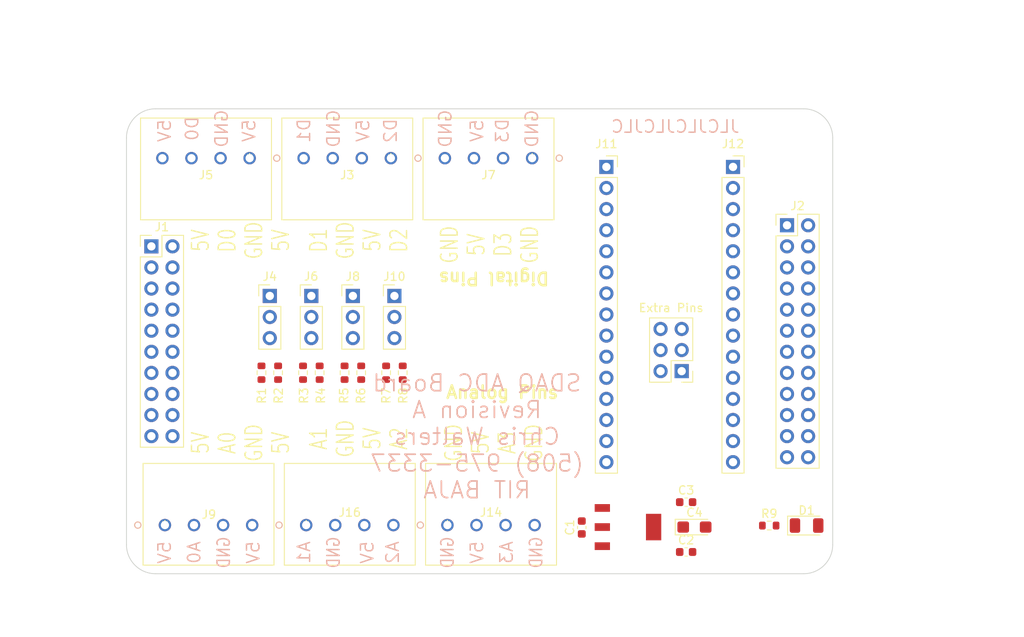
<source format=kicad_pcb>
(kicad_pcb (version 20171130) (host pcbnew "(5.1.10)-1")

  (general
    (thickness 1.6)
    (drawings 44)
    (tracks 0)
    (zones 0)
    (modules 31)
    (nets 70)
  )

  (page A4)
  (layers
    (0 F.Cu signal)
    (31 B.Cu signal)
    (32 B.Adhes user)
    (33 F.Adhes user)
    (34 B.Paste user)
    (35 F.Paste user)
    (36 B.SilkS user)
    (37 F.SilkS user)
    (38 B.Mask user)
    (39 F.Mask user)
    (40 Dwgs.User user)
    (41 Cmts.User user)
    (42 Eco1.User user)
    (43 Eco2.User user)
    (44 Edge.Cuts user)
    (45 Margin user)
    (46 B.CrtYd user)
    (47 F.CrtYd user)
    (48 B.Fab user)
    (49 F.Fab user)
  )

  (setup
    (last_trace_width 0.25)
    (trace_clearance 0.2)
    (zone_clearance 0.508)
    (zone_45_only no)
    (trace_min 0.2)
    (via_size 0.8)
    (via_drill 0.4)
    (via_min_size 0.4)
    (via_min_drill 0.3)
    (uvia_size 0.3)
    (uvia_drill 0.1)
    (uvias_allowed no)
    (uvia_min_size 0.2)
    (uvia_min_drill 0.1)
    (edge_width 0.1)
    (segment_width 0.2)
    (pcb_text_width 0.3)
    (pcb_text_size 1.5 1.5)
    (mod_edge_width 0.15)
    (mod_text_size 1 1)
    (mod_text_width 0.15)
    (pad_size 1.4986 1.4986)
    (pad_drill 0.9906)
    (pad_to_mask_clearance 0)
    (aux_axis_origin 0 0)
    (visible_elements 7FFFFFFF)
    (pcbplotparams
      (layerselection 0x010fc_ffffffff)
      (usegerberextensions false)
      (usegerberattributes true)
      (usegerberadvancedattributes true)
      (creategerberjobfile true)
      (excludeedgelayer true)
      (linewidth 0.100000)
      (plotframeref false)
      (viasonmask false)
      (mode 1)
      (useauxorigin false)
      (hpglpennumber 1)
      (hpglpenspeed 20)
      (hpglpendiameter 15.000000)
      (psnegative false)
      (psa4output false)
      (plotreference true)
      (plotvalue true)
      (plotinvisibletext false)
      (padsonsilk false)
      (subtractmaskfromsilk false)
      (outputformat 1)
      (mirror false)
      (drillshape 0)
      (scaleselection 1)
      (outputdirectory "Gerber/"))
  )

  (net 0 "")
  (net 1 /VCC)
  (net 2 /GND)
  (net 3 /5V)
  (net 4 "Net-(D1-Pad2)")
  (net 5 /3.3V)
  (net 6 /I2C_Data)
  (net 7 /I2C_Clock)
  (net 8 "Net-(J1-Pad7)")
  (net 9 "Net-(J1-Pad8)")
  (net 10 "Net-(J1-Pad10)")
  (net 11 "Net-(J1-Pad11)")
  (net 12 "Net-(J1-Pad12)")
  (net 13 "Net-(J1-Pad13)")
  (net 14 "Net-(J1-Pad15)")
  (net 15 "Net-(J1-Pad16)")
  (net 16 "Net-(J1-Pad18)")
  (net 17 "Net-(J1-Pad19)")
  (net 18 "Net-(J2-Pad1)")
  (net 19 "Net-(J2-Pad2)")
  (net 20 "Net-(J2-Pad3)")
  (net 21 "Net-(J2-Pad4)")
  (net 22 "Net-(J2-Pad6)")
  (net 23 "Net-(J2-Pad7)")
  (net 24 "Net-(J2-Pad8)")
  (net 25 "Net-(J2-Pad9)")
  (net 26 "Net-(J2-Pad11)")
  (net 27 "Net-(J2-Pad12)")
  (net 28 "Net-(J2-Pad13)")
  (net 29 "Net-(J2-Pad15)")
  (net 30 "Net-(J2-Pad16)")
  (net 31 "Net-(J2-Pad17)")
  (net 32 "Net-(J2-Pad18)")
  (net 33 "Net-(J2-Pad20)")
  (net 34 /Interconnect)
  (net 35 /Reset)
  (net 36 /Digital_0)
  (net 37 "Net-(J4-Pad3)")
  (net 38 "Net-(J4-Pad1)")
  (net 39 /Digital_1)
  (net 40 "Net-(J6-Pad3)")
  (net 41 "Net-(J6-Pad1)")
  (net 42 /Digital_2)
  (net 43 "Net-(J8-Pad3)")
  (net 44 "Net-(J8-Pad1)")
  (net 45 /Digital_3)
  (net 46 "Net-(J10-Pad3)")
  (net 47 "Net-(J10-Pad1)")
  (net 48 "Net-(J11-Pad1)")
  (net 49 "Net-(J11-Pad2)")
  (net 50 /Controller/D6)
  (net 51 /Controller/D7)
  (net 52 /Controller/D8)
  (net 53 /Controller/D9)
  (net 54 /Controller/D10)
  (net 55 /Controller/D11)
  (net 56 /Controller/D12)
  (net 57 /Controller/D13)
  (net 58 "Net-(J12-Pad14)")
  (net 59 "Net-(J12-Pad13)")
  (net 60 /Analog_0)
  (net 61 /Analog_1)
  (net 62 /Analog_2)
  (net 63 /Analog_3)
  (net 64 /Controller/A6)
  (net 65 /Controller/A7)
  (net 66 "Net-(J12-Pad4)")
  (net 67 "Net-(J12-Pad3)")
  (net 68 "Net-(J1-Pad2)")
  (net 69 "Net-(J1-Pad4)")

  (net_class Default "This is the default net class."
    (clearance 0.2)
    (trace_width 0.25)
    (via_dia 0.8)
    (via_drill 0.4)
    (uvia_dia 0.3)
    (uvia_drill 0.1)
    (add_net /3.3V)
    (add_net /5V)
    (add_net /Analog_0)
    (add_net /Analog_1)
    (add_net /Analog_2)
    (add_net /Analog_3)
    (add_net /Controller/A6)
    (add_net /Controller/A7)
    (add_net /Controller/D10)
    (add_net /Controller/D11)
    (add_net /Controller/D12)
    (add_net /Controller/D13)
    (add_net /Controller/D6)
    (add_net /Controller/D7)
    (add_net /Controller/D8)
    (add_net /Controller/D9)
    (add_net /Digital_0)
    (add_net /Digital_1)
    (add_net /Digital_2)
    (add_net /Digital_3)
    (add_net /GND)
    (add_net /I2C_Clock)
    (add_net /I2C_Data)
    (add_net /Interconnect)
    (add_net /Reset)
    (add_net /VCC)
    (add_net "Net-(D1-Pad2)")
    (add_net "Net-(J1-Pad10)")
    (add_net "Net-(J1-Pad11)")
    (add_net "Net-(J1-Pad12)")
    (add_net "Net-(J1-Pad13)")
    (add_net "Net-(J1-Pad15)")
    (add_net "Net-(J1-Pad16)")
    (add_net "Net-(J1-Pad18)")
    (add_net "Net-(J1-Pad19)")
    (add_net "Net-(J1-Pad2)")
    (add_net "Net-(J1-Pad4)")
    (add_net "Net-(J1-Pad7)")
    (add_net "Net-(J1-Pad8)")
    (add_net "Net-(J10-Pad1)")
    (add_net "Net-(J10-Pad3)")
    (add_net "Net-(J11-Pad1)")
    (add_net "Net-(J11-Pad2)")
    (add_net "Net-(J12-Pad13)")
    (add_net "Net-(J12-Pad14)")
    (add_net "Net-(J12-Pad3)")
    (add_net "Net-(J12-Pad4)")
    (add_net "Net-(J2-Pad1)")
    (add_net "Net-(J2-Pad11)")
    (add_net "Net-(J2-Pad12)")
    (add_net "Net-(J2-Pad13)")
    (add_net "Net-(J2-Pad15)")
    (add_net "Net-(J2-Pad16)")
    (add_net "Net-(J2-Pad17)")
    (add_net "Net-(J2-Pad18)")
    (add_net "Net-(J2-Pad2)")
    (add_net "Net-(J2-Pad20)")
    (add_net "Net-(J2-Pad3)")
    (add_net "Net-(J2-Pad4)")
    (add_net "Net-(J2-Pad6)")
    (add_net "Net-(J2-Pad7)")
    (add_net "Net-(J2-Pad8)")
    (add_net "Net-(J2-Pad9)")
    (add_net "Net-(J4-Pad1)")
    (add_net "Net-(J4-Pad3)")
    (add_net "Net-(J6-Pad1)")
    (add_net "Net-(J6-Pad3)")
    (add_net "Net-(J8-Pad1)")
    (add_net "Net-(J8-Pad3)")
  )

  (module Capacitor_SMD:C_0603_1608Metric (layer F.Cu) (tedit 5F68FEEE) (tstamp 61683092)
    (at 214.798 120.43 90)
    (descr "Capacitor SMD 0603 (1608 Metric), square (rectangular) end terminal, IPC_7351 nominal, (Body size source: IPC-SM-782 page 76, https://www.pcb-3d.com/wordpress/wp-content/uploads/ipc-sm-782a_amendment_1_and_2.pdf), generated with kicad-footprint-generator")
    (tags capacitor)
    (path /61663709/61655F33)
    (attr smd)
    (fp_text reference C1 (at 0 -1.43 90) (layer F.SilkS)
      (effects (font (size 1 1) (thickness 0.15)))
    )
    (fp_text value 0.1uF (at 0 1.43 90) (layer F.Fab)
      (effects (font (size 1 1) (thickness 0.15)))
    )
    (fp_line (start 1.48 0.73) (end -1.48 0.73) (layer F.CrtYd) (width 0.05))
    (fp_line (start 1.48 -0.73) (end 1.48 0.73) (layer F.CrtYd) (width 0.05))
    (fp_line (start -1.48 -0.73) (end 1.48 -0.73) (layer F.CrtYd) (width 0.05))
    (fp_line (start -1.48 0.73) (end -1.48 -0.73) (layer F.CrtYd) (width 0.05))
    (fp_line (start -0.14058 0.51) (end 0.14058 0.51) (layer F.SilkS) (width 0.12))
    (fp_line (start -0.14058 -0.51) (end 0.14058 -0.51) (layer F.SilkS) (width 0.12))
    (fp_line (start 0.8 0.4) (end -0.8 0.4) (layer F.Fab) (width 0.1))
    (fp_line (start 0.8 -0.4) (end 0.8 0.4) (layer F.Fab) (width 0.1))
    (fp_line (start -0.8 -0.4) (end 0.8 -0.4) (layer F.Fab) (width 0.1))
    (fp_line (start -0.8 0.4) (end -0.8 -0.4) (layer F.Fab) (width 0.1))
    (fp_text user %R (at 0 0 90) (layer F.Fab)
      (effects (font (size 0.4 0.4) (thickness 0.06)))
    )
    (pad 1 smd roundrect (at -0.775 0 90) (size 0.9 0.95) (layers F.Cu F.Paste F.Mask) (roundrect_rratio 0.25)
      (net 1 /VCC))
    (pad 2 smd roundrect (at 0.775 0 90) (size 0.9 0.95) (layers F.Cu F.Paste F.Mask) (roundrect_rratio 0.25)
      (net 2 /GND))
    (model ${KISYS3DMOD}/Capacitor_SMD.3dshapes/C_0603_1608Metric.wrl
      (at (xyz 0 0 0))
      (scale (xyz 1 1 1))
      (rotate (xyz 0 0 0))
    )
  )

  (module Capacitor_SMD:C_0603_1608Metric (layer F.Cu) (tedit 5F68FEEE) (tstamp 616830F2)
    (at 227.358 123.38)
    (descr "Capacitor SMD 0603 (1608 Metric), square (rectangular) end terminal, IPC_7351 nominal, (Body size source: IPC-SM-782 page 76, https://www.pcb-3d.com/wordpress/wp-content/uploads/ipc-sm-782a_amendment_1_and_2.pdf), generated with kicad-footprint-generator")
    (tags capacitor)
    (path /61663709/61656877)
    (attr smd)
    (fp_text reference C2 (at 0 -1.43) (layer F.SilkS)
      (effects (font (size 1 1) (thickness 0.15)))
    )
    (fp_text value 1uF (at 0 1.43) (layer F.Fab)
      (effects (font (size 1 1) (thickness 0.15)))
    )
    (fp_line (start -0.8 0.4) (end -0.8 -0.4) (layer F.Fab) (width 0.1))
    (fp_line (start -0.8 -0.4) (end 0.8 -0.4) (layer F.Fab) (width 0.1))
    (fp_line (start 0.8 -0.4) (end 0.8 0.4) (layer F.Fab) (width 0.1))
    (fp_line (start 0.8 0.4) (end -0.8 0.4) (layer F.Fab) (width 0.1))
    (fp_line (start -0.14058 -0.51) (end 0.14058 -0.51) (layer F.SilkS) (width 0.12))
    (fp_line (start -0.14058 0.51) (end 0.14058 0.51) (layer F.SilkS) (width 0.12))
    (fp_line (start -1.48 0.73) (end -1.48 -0.73) (layer F.CrtYd) (width 0.05))
    (fp_line (start -1.48 -0.73) (end 1.48 -0.73) (layer F.CrtYd) (width 0.05))
    (fp_line (start 1.48 -0.73) (end 1.48 0.73) (layer F.CrtYd) (width 0.05))
    (fp_line (start 1.48 0.73) (end -1.48 0.73) (layer F.CrtYd) (width 0.05))
    (fp_text user %R (at 0 0) (layer F.Fab)
      (effects (font (size 0.4 0.4) (thickness 0.06)))
    )
    (pad 2 smd roundrect (at 0.775 0) (size 0.9 0.95) (layers F.Cu F.Paste F.Mask) (roundrect_rratio 0.25)
      (net 2 /GND))
    (pad 1 smd roundrect (at -0.775 0) (size 0.9 0.95) (layers F.Cu F.Paste F.Mask) (roundrect_rratio 0.25)
      (net 3 /5V))
    (model ${KISYS3DMOD}/Capacitor_SMD.3dshapes/C_0603_1608Metric.wrl
      (at (xyz 0 0 0))
      (scale (xyz 1 1 1))
      (rotate (xyz 0 0 0))
    )
  )

  (module Capacitor_SMD:C_0603_1608Metric (layer F.Cu) (tedit 5F68FEEE) (tstamp 616830C2)
    (at 227.358 117.38)
    (descr "Capacitor SMD 0603 (1608 Metric), square (rectangular) end terminal, IPC_7351 nominal, (Body size source: IPC-SM-782 page 76, https://www.pcb-3d.com/wordpress/wp-content/uploads/ipc-sm-782a_amendment_1_and_2.pdf), generated with kicad-footprint-generator")
    (tags capacitor)
    (path /61663709/6165740F)
    (attr smd)
    (fp_text reference C3 (at 0 -1.43) (layer F.SilkS)
      (effects (font (size 1 1) (thickness 0.15)))
    )
    (fp_text value 1uF_cpu (at 0 1.43) (layer F.Fab)
      (effects (font (size 1 1) (thickness 0.15)))
    )
    (fp_line (start 1.48 0.73) (end -1.48 0.73) (layer F.CrtYd) (width 0.05))
    (fp_line (start 1.48 -0.73) (end 1.48 0.73) (layer F.CrtYd) (width 0.05))
    (fp_line (start -1.48 -0.73) (end 1.48 -0.73) (layer F.CrtYd) (width 0.05))
    (fp_line (start -1.48 0.73) (end -1.48 -0.73) (layer F.CrtYd) (width 0.05))
    (fp_line (start -0.14058 0.51) (end 0.14058 0.51) (layer F.SilkS) (width 0.12))
    (fp_line (start -0.14058 -0.51) (end 0.14058 -0.51) (layer F.SilkS) (width 0.12))
    (fp_line (start 0.8 0.4) (end -0.8 0.4) (layer F.Fab) (width 0.1))
    (fp_line (start 0.8 -0.4) (end 0.8 0.4) (layer F.Fab) (width 0.1))
    (fp_line (start -0.8 -0.4) (end 0.8 -0.4) (layer F.Fab) (width 0.1))
    (fp_line (start -0.8 0.4) (end -0.8 -0.4) (layer F.Fab) (width 0.1))
    (fp_text user %R (at 0 0) (layer F.Fab)
      (effects (font (size 0.4 0.4) (thickness 0.06)))
    )
    (pad 1 smd roundrect (at -0.775 0) (size 0.9 0.95) (layers F.Cu F.Paste F.Mask) (roundrect_rratio 0.25)
      (net 3 /5V))
    (pad 2 smd roundrect (at 0.775 0) (size 0.9 0.95) (layers F.Cu F.Paste F.Mask) (roundrect_rratio 0.25)
      (net 2 /GND))
    (model ${KISYS3DMOD}/Capacitor_SMD.3dshapes/C_0603_1608Metric.wrl
      (at (xyz 0 0 0))
      (scale (xyz 1 1 1))
      (rotate (xyz 0 0 0))
    )
  )

  (module Capacitor_Tantalum_SMD:CP_EIA-3216-18_Kemet-A (layer F.Cu) (tedit 5EBA9318) (tstamp 61683124)
    (at 228.358 120.38)
    (descr "Tantalum Capacitor SMD Kemet-A (3216-18 Metric), IPC_7351 nominal, (Body size from: http://www.kemet.com/Lists/ProductCatalog/Attachments/253/KEM_TC101_STD.pdf), generated with kicad-footprint-generator")
    (tags "capacitor tantalum")
    (path /61663709/6165888C)
    (attr smd)
    (fp_text reference C4 (at 0 -1.75) (layer F.SilkS)
      (effects (font (size 1 1) (thickness 0.15)))
    )
    (fp_text value 4.7uF_16V_cpu (at 0 1.75) (layer F.Fab)
      (effects (font (size 1 1) (thickness 0.15)))
    )
    (fp_line (start 1.6 -0.8) (end -1.2 -0.8) (layer F.Fab) (width 0.1))
    (fp_line (start -1.2 -0.8) (end -1.6 -0.4) (layer F.Fab) (width 0.1))
    (fp_line (start -1.6 -0.4) (end -1.6 0.8) (layer F.Fab) (width 0.1))
    (fp_line (start -1.6 0.8) (end 1.6 0.8) (layer F.Fab) (width 0.1))
    (fp_line (start 1.6 0.8) (end 1.6 -0.8) (layer F.Fab) (width 0.1))
    (fp_line (start 1.6 -0.935) (end -2.31 -0.935) (layer F.SilkS) (width 0.12))
    (fp_line (start -2.31 -0.935) (end -2.31 0.935) (layer F.SilkS) (width 0.12))
    (fp_line (start -2.31 0.935) (end 1.6 0.935) (layer F.SilkS) (width 0.12))
    (fp_line (start -2.3 1.05) (end -2.3 -1.05) (layer F.CrtYd) (width 0.05))
    (fp_line (start -2.3 -1.05) (end 2.3 -1.05) (layer F.CrtYd) (width 0.05))
    (fp_line (start 2.3 -1.05) (end 2.3 1.05) (layer F.CrtYd) (width 0.05))
    (fp_line (start 2.3 1.05) (end -2.3 1.05) (layer F.CrtYd) (width 0.05))
    (fp_text user %R (at 0 0) (layer F.Fab)
      (effects (font (size 0.8 0.8) (thickness 0.12)))
    )
    (pad 2 smd roundrect (at 1.35 0) (size 1.4 1.35) (layers F.Cu F.Paste F.Mask) (roundrect_rratio 0.1851844444444445)
      (net 2 /GND))
    (pad 1 smd roundrect (at -1.35 0) (size 1.4 1.35) (layers F.Cu F.Paste F.Mask) (roundrect_rratio 0.1851844444444445)
      (net 3 /5V))
    (model ${KISYS3DMOD}/Capacitor_Tantalum_SMD.3dshapes/CP_EIA-3216-18_Kemet-A.wrl
      (at (xyz 0 0 0))
      (scale (xyz 1 1 1))
      (rotate (xyz 0 0 0))
    )
  )

  (module LED_SMD:LED_1206_3216Metric (layer F.Cu) (tedit 5F68FEF1) (tstamp 616832E6)
    (at 241.858 120.198)
    (descr "LED SMD 1206 (3216 Metric), square (rectangular) end terminal, IPC_7351 nominal, (Body size source: http://www.tortai-tech.com/upload/download/2011102023233369053.pdf), generated with kicad-footprint-generator")
    (tags LED)
    (path /61663709/6165327D)
    (attr smd)
    (fp_text reference D1 (at 0 -1.82) (layer F.SilkS)
      (effects (font (size 1 1) (thickness 0.15)))
    )
    (fp_text value LED (at 0 1.82) (layer F.Fab)
      (effects (font (size 1 1) (thickness 0.15)))
    )
    (fp_line (start 2.28 1.12) (end -2.28 1.12) (layer F.CrtYd) (width 0.05))
    (fp_line (start 2.28 -1.12) (end 2.28 1.12) (layer F.CrtYd) (width 0.05))
    (fp_line (start -2.28 -1.12) (end 2.28 -1.12) (layer F.CrtYd) (width 0.05))
    (fp_line (start -2.28 1.12) (end -2.28 -1.12) (layer F.CrtYd) (width 0.05))
    (fp_line (start -2.285 1.135) (end 1.6 1.135) (layer F.SilkS) (width 0.12))
    (fp_line (start -2.285 -1.135) (end -2.285 1.135) (layer F.SilkS) (width 0.12))
    (fp_line (start 1.6 -1.135) (end -2.285 -1.135) (layer F.SilkS) (width 0.12))
    (fp_line (start 1.6 0.8) (end 1.6 -0.8) (layer F.Fab) (width 0.1))
    (fp_line (start -1.6 0.8) (end 1.6 0.8) (layer F.Fab) (width 0.1))
    (fp_line (start -1.6 -0.4) (end -1.6 0.8) (layer F.Fab) (width 0.1))
    (fp_line (start -1.2 -0.8) (end -1.6 -0.4) (layer F.Fab) (width 0.1))
    (fp_line (start 1.6 -0.8) (end -1.2 -0.8) (layer F.Fab) (width 0.1))
    (fp_text user %R (at 0 0) (layer F.Fab)
      (effects (font (size 0.8 0.8) (thickness 0.12)))
    )
    (pad 1 smd roundrect (at -1.4 0) (size 1.25 1.75) (layers F.Cu F.Paste F.Mask) (roundrect_rratio 0.2)
      (net 2 /GND))
    (pad 2 smd roundrect (at 1.4 0) (size 1.25 1.75) (layers F.Cu F.Paste F.Mask) (roundrect_rratio 0.2)
      (net 4 "Net-(D1-Pad2)"))
    (model ${KISYS3DMOD}/LED_SMD.3dshapes/LED_1206_3216Metric.wrl
      (at (xyz 0 0 0))
      (scale (xyz 1 1 1))
      (rotate (xyz 0 0 0))
    )
  )

  (module Connector_PinHeader_2.54mm:PinHeader_2x10_P2.54mm_Vertical (layer F.Cu) (tedit 59FED5CC) (tstamp 61682781)
    (at 163 86.57)
    (descr "Through hole straight pin header, 2x10, 2.54mm pitch, double rows")
    (tags "Through hole pin header THT 2x10 2.54mm double row")
    (path /615E5E26)
    (fp_text reference J1 (at 1.27 -2.33) (layer F.SilkS)
      (effects (font (size 1 1) (thickness 0.15)))
    )
    (fp_text value "Left Connector" (at 1.27 25.19) (layer F.Fab)
      (effects (font (size 1 1) (thickness 0.15)))
    )
    (fp_line (start 4.35 -1.8) (end -1.8 -1.8) (layer F.CrtYd) (width 0.05))
    (fp_line (start 4.35 24.65) (end 4.35 -1.8) (layer F.CrtYd) (width 0.05))
    (fp_line (start -1.8 24.65) (end 4.35 24.65) (layer F.CrtYd) (width 0.05))
    (fp_line (start -1.8 -1.8) (end -1.8 24.65) (layer F.CrtYd) (width 0.05))
    (fp_line (start -1.33 -1.33) (end 0 -1.33) (layer F.SilkS) (width 0.12))
    (fp_line (start -1.33 0) (end -1.33 -1.33) (layer F.SilkS) (width 0.12))
    (fp_line (start 1.27 -1.33) (end 3.87 -1.33) (layer F.SilkS) (width 0.12))
    (fp_line (start 1.27 1.27) (end 1.27 -1.33) (layer F.SilkS) (width 0.12))
    (fp_line (start -1.33 1.27) (end 1.27 1.27) (layer F.SilkS) (width 0.12))
    (fp_line (start 3.87 -1.33) (end 3.87 24.19) (layer F.SilkS) (width 0.12))
    (fp_line (start -1.33 1.27) (end -1.33 24.19) (layer F.SilkS) (width 0.12))
    (fp_line (start -1.33 24.19) (end 3.87 24.19) (layer F.SilkS) (width 0.12))
    (fp_line (start -1.27 0) (end 0 -1.27) (layer F.Fab) (width 0.1))
    (fp_line (start -1.27 24.13) (end -1.27 0) (layer F.Fab) (width 0.1))
    (fp_line (start 3.81 24.13) (end -1.27 24.13) (layer F.Fab) (width 0.1))
    (fp_line (start 3.81 -1.27) (end 3.81 24.13) (layer F.Fab) (width 0.1))
    (fp_line (start 0 -1.27) (end 3.81 -1.27) (layer F.Fab) (width 0.1))
    (fp_text user %R (at 1.27 11.43 90) (layer F.Fab)
      (effects (font (size 1 1) (thickness 0.15)))
    )
    (pad 1 thru_hole rect (at 0 0) (size 1.7 1.7) (drill 1) (layers *.Cu *.Mask)
      (net 5 /3.3V))
    (pad 2 thru_hole oval (at 2.54 0) (size 1.7 1.7) (drill 1) (layers *.Cu *.Mask)
      (net 68 "Net-(J1-Pad2)"))
    (pad 3 thru_hole oval (at 0 2.54) (size 1.7 1.7) (drill 1) (layers *.Cu *.Mask)
      (net 6 /I2C_Data))
    (pad 4 thru_hole oval (at 2.54 2.54) (size 1.7 1.7) (drill 1) (layers *.Cu *.Mask)
      (net 69 "Net-(J1-Pad4)"))
    (pad 5 thru_hole oval (at 0 5.08) (size 1.7 1.7) (drill 1) (layers *.Cu *.Mask)
      (net 7 /I2C_Clock))
    (pad 6 thru_hole oval (at 2.54 5.08) (size 1.7 1.7) (drill 1) (layers *.Cu *.Mask)
      (net 2 /GND))
    (pad 7 thru_hole oval (at 0 7.62) (size 1.7 1.7) (drill 1) (layers *.Cu *.Mask)
      (net 8 "Net-(J1-Pad7)"))
    (pad 8 thru_hole oval (at 2.54 7.62) (size 1.7 1.7) (drill 1) (layers *.Cu *.Mask)
      (net 9 "Net-(J1-Pad8)"))
    (pad 9 thru_hole oval (at 0 10.16) (size 1.7 1.7) (drill 1) (layers *.Cu *.Mask)
      (net 2 /GND))
    (pad 10 thru_hole oval (at 2.54 10.16) (size 1.7 1.7) (drill 1) (layers *.Cu *.Mask)
      (net 10 "Net-(J1-Pad10)"))
    (pad 11 thru_hole oval (at 0 12.7) (size 1.7 1.7) (drill 1) (layers *.Cu *.Mask)
      (net 11 "Net-(J1-Pad11)"))
    (pad 12 thru_hole oval (at 2.54 12.7) (size 1.7 1.7) (drill 1) (layers *.Cu *.Mask)
      (net 12 "Net-(J1-Pad12)"))
    (pad 13 thru_hole oval (at 0 15.24) (size 1.7 1.7) (drill 1) (layers *.Cu *.Mask)
      (net 13 "Net-(J1-Pad13)"))
    (pad 14 thru_hole oval (at 2.54 15.24) (size 1.7 1.7) (drill 1) (layers *.Cu *.Mask)
      (net 2 /GND))
    (pad 15 thru_hole oval (at 0 17.78) (size 1.7 1.7) (drill 1) (layers *.Cu *.Mask)
      (net 14 "Net-(J1-Pad15)"))
    (pad 16 thru_hole oval (at 2.54 17.78) (size 1.7 1.7) (drill 1) (layers *.Cu *.Mask)
      (net 15 "Net-(J1-Pad16)"))
    (pad 17 thru_hole oval (at 0 20.32) (size 1.7 1.7) (drill 1) (layers *.Cu *.Mask)
      (net 5 /3.3V))
    (pad 18 thru_hole oval (at 2.54 20.32) (size 1.7 1.7) (drill 1) (layers *.Cu *.Mask)
      (net 16 "Net-(J1-Pad18)"))
    (pad 19 thru_hole oval (at 0 22.86) (size 1.7 1.7) (drill 1) (layers *.Cu *.Mask)
      (net 17 "Net-(J1-Pad19)"))
    (pad 20 thru_hole oval (at 2.54 22.86) (size 1.7 1.7) (drill 1) (layers *.Cu *.Mask)
      (net 2 /GND))
    (model ${KISYS3DMOD}/Connector_PinHeader_2.54mm.3dshapes/PinHeader_2x10_P2.54mm_Vertical.wrl
      (at (xyz 0 0 0))
      (scale (xyz 1 1 1))
      (rotate (xyz 0 0 0))
    )
  )

  (module Connector_PinHeader_2.54mm:PinHeader_2x12_P2.54mm_Vertical (layer F.Cu) (tedit 59FED5CC) (tstamp 616827AF)
    (at 239.5 84.03)
    (descr "Through hole straight pin header, 2x12, 2.54mm pitch, double rows")
    (tags "Through hole pin header THT 2x12 2.54mm double row")
    (path /615E7214)
    (fp_text reference J2 (at 1.27 -2.33) (layer F.SilkS)
      (effects (font (size 1 1) (thickness 0.15)))
    )
    (fp_text value "Right Connector" (at 1.27 30.27) (layer F.Fab)
      (effects (font (size 1 1) (thickness 0.15)))
    )
    (fp_line (start 4.35 -1.8) (end -1.8 -1.8) (layer F.CrtYd) (width 0.05))
    (fp_line (start 4.35 29.75) (end 4.35 -1.8) (layer F.CrtYd) (width 0.05))
    (fp_line (start -1.8 29.75) (end 4.35 29.75) (layer F.CrtYd) (width 0.05))
    (fp_line (start -1.8 -1.8) (end -1.8 29.75) (layer F.CrtYd) (width 0.05))
    (fp_line (start -1.33 -1.33) (end 0 -1.33) (layer F.SilkS) (width 0.12))
    (fp_line (start -1.33 0) (end -1.33 -1.33) (layer F.SilkS) (width 0.12))
    (fp_line (start 1.27 -1.33) (end 3.87 -1.33) (layer F.SilkS) (width 0.12))
    (fp_line (start 1.27 1.27) (end 1.27 -1.33) (layer F.SilkS) (width 0.12))
    (fp_line (start -1.33 1.27) (end 1.27 1.27) (layer F.SilkS) (width 0.12))
    (fp_line (start 3.87 -1.33) (end 3.87 29.27) (layer F.SilkS) (width 0.12))
    (fp_line (start -1.33 1.27) (end -1.33 29.27) (layer F.SilkS) (width 0.12))
    (fp_line (start -1.33 29.27) (end 3.87 29.27) (layer F.SilkS) (width 0.12))
    (fp_line (start -1.27 0) (end 0 -1.27) (layer F.Fab) (width 0.1))
    (fp_line (start -1.27 29.21) (end -1.27 0) (layer F.Fab) (width 0.1))
    (fp_line (start 3.81 29.21) (end -1.27 29.21) (layer F.Fab) (width 0.1))
    (fp_line (start 3.81 -1.27) (end 3.81 29.21) (layer F.Fab) (width 0.1))
    (fp_line (start 0 -1.27) (end 3.81 -1.27) (layer F.Fab) (width 0.1))
    (fp_text user %R (at 1.27 13.97 90) (layer F.Fab)
      (effects (font (size 1 1) (thickness 0.15)))
    )
    (pad 1 thru_hole rect (at 0 0) (size 1.7 1.7) (drill 1) (layers *.Cu *.Mask)
      (net 18 "Net-(J2-Pad1)"))
    (pad 2 thru_hole oval (at 2.54 0) (size 1.7 1.7) (drill 1) (layers *.Cu *.Mask)
      (net 19 "Net-(J2-Pad2)"))
    (pad 3 thru_hole oval (at 0 2.54) (size 1.7 1.7) (drill 1) (layers *.Cu *.Mask)
      (net 20 "Net-(J2-Pad3)"))
    (pad 4 thru_hole oval (at 2.54 2.54) (size 1.7 1.7) (drill 1) (layers *.Cu *.Mask)
      (net 21 "Net-(J2-Pad4)"))
    (pad 5 thru_hole oval (at 0 5.08) (size 1.7 1.7) (drill 1) (layers *.Cu *.Mask)
      (net 2 /GND))
    (pad 6 thru_hole oval (at 2.54 5.08) (size 1.7 1.7) (drill 1) (layers *.Cu *.Mask)
      (net 22 "Net-(J2-Pad6)"))
    (pad 7 thru_hole oval (at 0 7.62) (size 1.7 1.7) (drill 1) (layers *.Cu *.Mask)
      (net 23 "Net-(J2-Pad7)"))
    (pad 8 thru_hole oval (at 2.54 7.62) (size 1.7 1.7) (drill 1) (layers *.Cu *.Mask)
      (net 24 "Net-(J2-Pad8)"))
    (pad 9 thru_hole oval (at 0 10.16) (size 1.7 1.7) (drill 1) (layers *.Cu *.Mask)
      (net 25 "Net-(J2-Pad9)"))
    (pad 10 thru_hole oval (at 2.54 10.16) (size 1.7 1.7) (drill 1) (layers *.Cu *.Mask)
      (net 2 /GND))
    (pad 11 thru_hole oval (at 0 12.7) (size 1.7 1.7) (drill 1) (layers *.Cu *.Mask)
      (net 26 "Net-(J2-Pad11)"))
    (pad 12 thru_hole oval (at 2.54 12.7) (size 1.7 1.7) (drill 1) (layers *.Cu *.Mask)
      (net 27 "Net-(J2-Pad12)"))
    (pad 13 thru_hole oval (at 0 15.24) (size 1.7 1.7) (drill 1) (layers *.Cu *.Mask)
      (net 28 "Net-(J2-Pad13)"))
    (pad 14 thru_hole oval (at 2.54 15.24) (size 1.7 1.7) (drill 1) (layers *.Cu *.Mask)
      (net 2 /GND))
    (pad 15 thru_hole oval (at 0 17.78) (size 1.7 1.7) (drill 1) (layers *.Cu *.Mask)
      (net 29 "Net-(J2-Pad15)"))
    (pad 16 thru_hole oval (at 2.54 17.78) (size 1.7 1.7) (drill 1) (layers *.Cu *.Mask)
      (net 30 "Net-(J2-Pad16)"))
    (pad 17 thru_hole oval (at 0 20.32) (size 1.7 1.7) (drill 1) (layers *.Cu *.Mask)
      (net 31 "Net-(J2-Pad17)"))
    (pad 18 thru_hole oval (at 2.54 20.32) (size 1.7 1.7) (drill 1) (layers *.Cu *.Mask)
      (net 32 "Net-(J2-Pad18)"))
    (pad 19 thru_hole oval (at 0 22.86) (size 1.7 1.7) (drill 1) (layers *.Cu *.Mask)
      (net 2 /GND))
    (pad 20 thru_hole oval (at 2.54 22.86) (size 1.7 1.7) (drill 1) (layers *.Cu *.Mask)
      (net 33 "Net-(J2-Pad20)"))
    (pad 21 thru_hole oval (at 0 25.4) (size 1.7 1.7) (drill 1) (layers *.Cu *.Mask)
      (net 34 /Interconnect))
    (pad 22 thru_hole oval (at 2.54 25.4) (size 1.7 1.7) (drill 1) (layers *.Cu *.Mask)
      (net 35 /Reset))
    (pad 23 thru_hole oval (at 0 27.94) (size 1.7 1.7) (drill 1) (layers *.Cu *.Mask)
      (net 1 /VCC))
    (pad 24 thru_hole oval (at 2.54 27.94) (size 1.7 1.7) (drill 1) (layers *.Cu *.Mask)
      (net 1 /VCC))
    (model ${KISYS3DMOD}/Connector_PinHeader_2.54mm.3dshapes/PinHeader_2x12_P2.54mm_Vertical.wrl
      (at (xyz 0 0 0))
      (scale (xyz 1 1 1))
      (rotate (xyz 0 0 0))
    )
  )

  (module Connector_PinHeader_2.54mm:PinHeader_1x03_P2.54mm_Vertical (layer F.Cu) (tedit 59FED5CC) (tstamp 616832A8)
    (at 177.25 92.54)
    (descr "Through hole straight pin header, 1x03, 2.54mm pitch, single row")
    (tags "Through hole pin header THT 1x03 2.54mm single row")
    (path /61593BCA/61613676)
    (fp_text reference J4 (at 0 -2.33) (layer F.SilkS)
      (effects (font (size 1 1) (thickness 0.15)))
    )
    (fp_text value "Jumper Terminals" (at 0 7.41) (layer F.Fab)
      (effects (font (size 1 1) (thickness 0.15)))
    )
    (fp_line (start -0.635 -1.27) (end 1.27 -1.27) (layer F.Fab) (width 0.1))
    (fp_line (start 1.27 -1.27) (end 1.27 6.35) (layer F.Fab) (width 0.1))
    (fp_line (start 1.27 6.35) (end -1.27 6.35) (layer F.Fab) (width 0.1))
    (fp_line (start -1.27 6.35) (end -1.27 -0.635) (layer F.Fab) (width 0.1))
    (fp_line (start -1.27 -0.635) (end -0.635 -1.27) (layer F.Fab) (width 0.1))
    (fp_line (start -1.33 6.41) (end 1.33 6.41) (layer F.SilkS) (width 0.12))
    (fp_line (start -1.33 1.27) (end -1.33 6.41) (layer F.SilkS) (width 0.12))
    (fp_line (start 1.33 1.27) (end 1.33 6.41) (layer F.SilkS) (width 0.12))
    (fp_line (start -1.33 1.27) (end 1.33 1.27) (layer F.SilkS) (width 0.12))
    (fp_line (start -1.33 0) (end -1.33 -1.33) (layer F.SilkS) (width 0.12))
    (fp_line (start -1.33 -1.33) (end 0 -1.33) (layer F.SilkS) (width 0.12))
    (fp_line (start -1.8 -1.8) (end -1.8 6.85) (layer F.CrtYd) (width 0.05))
    (fp_line (start -1.8 6.85) (end 1.8 6.85) (layer F.CrtYd) (width 0.05))
    (fp_line (start 1.8 6.85) (end 1.8 -1.8) (layer F.CrtYd) (width 0.05))
    (fp_line (start 1.8 -1.8) (end -1.8 -1.8) (layer F.CrtYd) (width 0.05))
    (fp_text user %R (at 0 2.54 90) (layer F.Fab)
      (effects (font (size 1 1) (thickness 0.15)))
    )
    (pad 3 thru_hole oval (at 0 5.08) (size 1.7 1.7) (drill 1) (layers *.Cu *.Mask)
      (net 37 "Net-(J4-Pad3)"))
    (pad 2 thru_hole oval (at 0 2.54) (size 1.7 1.7) (drill 1) (layers *.Cu *.Mask)
      (net 36 /Digital_0))
    (pad 1 thru_hole rect (at 0 0) (size 1.7 1.7) (drill 1) (layers *.Cu *.Mask)
      (net 38 "Net-(J4-Pad1)"))
    (model ${KISYS3DMOD}/Connector_PinHeader_2.54mm.3dshapes/PinHeader_1x03_P2.54mm_Vertical.wrl
      (at (xyz 0 0 0))
      (scale (xyz 1 1 1))
      (rotate (xyz 0 0 0))
    )
  )

  (module Connector_PinHeader_2.54mm:PinHeader_1x03_P2.54mm_Vertical (layer F.Cu) (tedit 59FED5CC) (tstamp 61683224)
    (at 182.25 92.54)
    (descr "Through hole straight pin header, 1x03, 2.54mm pitch, single row")
    (tags "Through hole pin header THT 1x03 2.54mm single row")
    (path /616422A2/61613676)
    (fp_text reference J6 (at -0.02 -2.35) (layer F.SilkS)
      (effects (font (size 1 1) (thickness 0.15)))
    )
    (fp_text value "Jumper Terminals" (at 0 7.41) (layer F.Fab)
      (effects (font (size 1 1) (thickness 0.15)))
    )
    (fp_line (start -0.635 -1.27) (end 1.27 -1.27) (layer F.Fab) (width 0.1))
    (fp_line (start 1.27 -1.27) (end 1.27 6.35) (layer F.Fab) (width 0.1))
    (fp_line (start 1.27 6.35) (end -1.27 6.35) (layer F.Fab) (width 0.1))
    (fp_line (start -1.27 6.35) (end -1.27 -0.635) (layer F.Fab) (width 0.1))
    (fp_line (start -1.27 -0.635) (end -0.635 -1.27) (layer F.Fab) (width 0.1))
    (fp_line (start -1.33 6.41) (end 1.33 6.41) (layer F.SilkS) (width 0.12))
    (fp_line (start -1.33 1.27) (end -1.33 6.41) (layer F.SilkS) (width 0.12))
    (fp_line (start 1.33 1.27) (end 1.33 6.41) (layer F.SilkS) (width 0.12))
    (fp_line (start -1.33 1.27) (end 1.33 1.27) (layer F.SilkS) (width 0.12))
    (fp_line (start -1.33 0) (end -1.33 -1.33) (layer F.SilkS) (width 0.12))
    (fp_line (start -1.33 -1.33) (end 0 -1.33) (layer F.SilkS) (width 0.12))
    (fp_line (start -1.8 -1.8) (end -1.8 6.85) (layer F.CrtYd) (width 0.05))
    (fp_line (start -1.8 6.85) (end 1.8 6.85) (layer F.CrtYd) (width 0.05))
    (fp_line (start 1.8 6.85) (end 1.8 -1.8) (layer F.CrtYd) (width 0.05))
    (fp_line (start 1.8 -1.8) (end -1.8 -1.8) (layer F.CrtYd) (width 0.05))
    (fp_text user %R (at 0 2.54 90) (layer F.Fab)
      (effects (font (size 1 1) (thickness 0.15)))
    )
    (pad 3 thru_hole oval (at 0 5.08) (size 1.7 1.7) (drill 1) (layers *.Cu *.Mask)
      (net 40 "Net-(J6-Pad3)"))
    (pad 2 thru_hole oval (at 0 2.54) (size 1.7 1.7) (drill 1) (layers *.Cu *.Mask)
      (net 39 /Digital_1))
    (pad 1 thru_hole rect (at 0 0) (size 1.7 1.7) (drill 1) (layers *.Cu *.Mask)
      (net 41 "Net-(J6-Pad1)"))
    (model ${KISYS3DMOD}/Connector_PinHeader_2.54mm.3dshapes/PinHeader_1x03_P2.54mm_Vertical.wrl
      (at (xyz 0 0 0))
      (scale (xyz 1 1 1))
      (rotate (xyz 0 0 0))
    )
  )

  (module Connector_PinHeader_2.54mm:PinHeader_1x03_P2.54mm_Vertical (layer F.Cu) (tedit 59FED5CC) (tstamp 616831A0)
    (at 187.25 92.54)
    (descr "Through hole straight pin header, 1x03, 2.54mm pitch, single row")
    (tags "Through hole pin header THT 1x03 2.54mm single row")
    (path /616423D2/61613676)
    (fp_text reference J8 (at 0 -2.33) (layer F.SilkS)
      (effects (font (size 1 1) (thickness 0.15)))
    )
    (fp_text value "Jumper Terminals" (at 0 7.41) (layer F.Fab)
      (effects (font (size 1 1) (thickness 0.15)))
    )
    (fp_line (start -0.635 -1.27) (end 1.27 -1.27) (layer F.Fab) (width 0.1))
    (fp_line (start 1.27 -1.27) (end 1.27 6.35) (layer F.Fab) (width 0.1))
    (fp_line (start 1.27 6.35) (end -1.27 6.35) (layer F.Fab) (width 0.1))
    (fp_line (start -1.27 6.35) (end -1.27 -0.635) (layer F.Fab) (width 0.1))
    (fp_line (start -1.27 -0.635) (end -0.635 -1.27) (layer F.Fab) (width 0.1))
    (fp_line (start -1.33 6.41) (end 1.33 6.41) (layer F.SilkS) (width 0.12))
    (fp_line (start -1.33 1.27) (end -1.33 6.41) (layer F.SilkS) (width 0.12))
    (fp_line (start 1.33 1.27) (end 1.33 6.41) (layer F.SilkS) (width 0.12))
    (fp_line (start -1.33 1.27) (end 1.33 1.27) (layer F.SilkS) (width 0.12))
    (fp_line (start -1.33 0) (end -1.33 -1.33) (layer F.SilkS) (width 0.12))
    (fp_line (start -1.33 -1.33) (end 0 -1.33) (layer F.SilkS) (width 0.12))
    (fp_line (start -1.8 -1.8) (end -1.8 6.85) (layer F.CrtYd) (width 0.05))
    (fp_line (start -1.8 6.85) (end 1.8 6.85) (layer F.CrtYd) (width 0.05))
    (fp_line (start 1.8 6.85) (end 1.8 -1.8) (layer F.CrtYd) (width 0.05))
    (fp_line (start 1.8 -1.8) (end -1.8 -1.8) (layer F.CrtYd) (width 0.05))
    (fp_text user %R (at 0 2.54 90) (layer F.Fab)
      (effects (font (size 1 1) (thickness 0.15)))
    )
    (pad 3 thru_hole oval (at 0 5.08) (size 1.7 1.7) (drill 1) (layers *.Cu *.Mask)
      (net 43 "Net-(J8-Pad3)"))
    (pad 2 thru_hole oval (at 0 2.54) (size 1.7 1.7) (drill 1) (layers *.Cu *.Mask)
      (net 42 /Digital_2))
    (pad 1 thru_hole rect (at 0 0) (size 1.7 1.7) (drill 1) (layers *.Cu *.Mask)
      (net 44 "Net-(J8-Pad1)"))
    (model ${KISYS3DMOD}/Connector_PinHeader_2.54mm.3dshapes/PinHeader_1x03_P2.54mm_Vertical.wrl
      (at (xyz 0 0 0))
      (scale (xyz 1 1 1))
      (rotate (xyz 0 0 0))
    )
  )

  (module Connector_PinHeader_2.54mm:PinHeader_1x03_P2.54mm_Vertical (layer F.Cu) (tedit 59FED5CC) (tstamp 6168346A)
    (at 192.25 92.54)
    (descr "Through hole straight pin header, 1x03, 2.54mm pitch, single row")
    (tags "Through hole pin header THT 1x03 2.54mm single row")
    (path /616425FE/61613676)
    (fp_text reference J10 (at 0 -2.33) (layer F.SilkS)
      (effects (font (size 1 1) (thickness 0.15)))
    )
    (fp_text value "Jumper Terminals" (at 0 7.41) (layer F.Fab)
      (effects (font (size 1 1) (thickness 0.15)))
    )
    (fp_line (start -0.635 -1.27) (end 1.27 -1.27) (layer F.Fab) (width 0.1))
    (fp_line (start 1.27 -1.27) (end 1.27 6.35) (layer F.Fab) (width 0.1))
    (fp_line (start 1.27 6.35) (end -1.27 6.35) (layer F.Fab) (width 0.1))
    (fp_line (start -1.27 6.35) (end -1.27 -0.635) (layer F.Fab) (width 0.1))
    (fp_line (start -1.27 -0.635) (end -0.635 -1.27) (layer F.Fab) (width 0.1))
    (fp_line (start -1.33 6.41) (end 1.33 6.41) (layer F.SilkS) (width 0.12))
    (fp_line (start -1.33 1.27) (end -1.33 6.41) (layer F.SilkS) (width 0.12))
    (fp_line (start 1.33 1.27) (end 1.33 6.41) (layer F.SilkS) (width 0.12))
    (fp_line (start -1.33 1.27) (end 1.33 1.27) (layer F.SilkS) (width 0.12))
    (fp_line (start -1.33 0) (end -1.33 -1.33) (layer F.SilkS) (width 0.12))
    (fp_line (start -1.33 -1.33) (end 0 -1.33) (layer F.SilkS) (width 0.12))
    (fp_line (start -1.8 -1.8) (end -1.8 6.85) (layer F.CrtYd) (width 0.05))
    (fp_line (start -1.8 6.85) (end 1.8 6.85) (layer F.CrtYd) (width 0.05))
    (fp_line (start 1.8 6.85) (end 1.8 -1.8) (layer F.CrtYd) (width 0.05))
    (fp_line (start 1.8 -1.8) (end -1.8 -1.8) (layer F.CrtYd) (width 0.05))
    (fp_text user %R (at 0 2.54 90) (layer F.Fab)
      (effects (font (size 1 1) (thickness 0.15)))
    )
    (pad 3 thru_hole oval (at 0 5.08) (size 1.7 1.7) (drill 1) (layers *.Cu *.Mask)
      (net 46 "Net-(J10-Pad3)"))
    (pad 2 thru_hole oval (at 0 2.54) (size 1.7 1.7) (drill 1) (layers *.Cu *.Mask)
      (net 45 /Digital_3))
    (pad 1 thru_hole rect (at 0 0) (size 1.7 1.7) (drill 1) (layers *.Cu *.Mask)
      (net 47 "Net-(J10-Pad1)"))
    (model ${KISYS3DMOD}/Connector_PinHeader_2.54mm.3dshapes/PinHeader_1x03_P2.54mm_Vertical.wrl
      (at (xyz 0 0 0))
      (scale (xyz 1 1 1))
      (rotate (xyz 0 0 0))
    )
  )

  (module Connector_PinSocket_2.54mm:PinSocket_1x15_P2.54mm_Vertical (layer F.Cu) (tedit 5A19A41D) (tstamp 6168288A)
    (at 217.76 77)
    (descr "Through hole straight socket strip, 1x15, 2.54mm pitch, single row (from Kicad 4.0.7), script generated")
    (tags "Through hole socket strip THT 1x15 2.54mm single row")
    (path /6158C434/614FE43E)
    (fp_text reference J11 (at 0 -2.77) (layer F.SilkS)
      (effects (font (size 1 1) (thickness 0.15)))
    )
    (fp_text value "Arduino Nano L" (at 0 38.33) (layer F.Fab)
      (effects (font (size 1 1) (thickness 0.15)))
    )
    (fp_line (start -1.8 37.3) (end -1.8 -1.8) (layer F.CrtYd) (width 0.05))
    (fp_line (start 1.75 37.3) (end -1.8 37.3) (layer F.CrtYd) (width 0.05))
    (fp_line (start 1.75 -1.8) (end 1.75 37.3) (layer F.CrtYd) (width 0.05))
    (fp_line (start -1.8 -1.8) (end 1.75 -1.8) (layer F.CrtYd) (width 0.05))
    (fp_line (start 0 -1.33) (end 1.33 -1.33) (layer F.SilkS) (width 0.12))
    (fp_line (start 1.33 -1.33) (end 1.33 0) (layer F.SilkS) (width 0.12))
    (fp_line (start 1.33 1.27) (end 1.33 36.89) (layer F.SilkS) (width 0.12))
    (fp_line (start -1.33 36.89) (end 1.33 36.89) (layer F.SilkS) (width 0.12))
    (fp_line (start -1.33 1.27) (end -1.33 36.89) (layer F.SilkS) (width 0.12))
    (fp_line (start -1.33 1.27) (end 1.33 1.27) (layer F.SilkS) (width 0.12))
    (fp_line (start -1.27 36.83) (end -1.27 -1.27) (layer F.Fab) (width 0.1))
    (fp_line (start 1.27 36.83) (end -1.27 36.83) (layer F.Fab) (width 0.1))
    (fp_line (start 1.27 -0.635) (end 1.27 36.83) (layer F.Fab) (width 0.1))
    (fp_line (start 0.635 -1.27) (end 1.27 -0.635) (layer F.Fab) (width 0.1))
    (fp_line (start -1.27 -1.27) (end 0.635 -1.27) (layer F.Fab) (width 0.1))
    (fp_text user %R (at 0 17.78 90) (layer F.Fab)
      (effects (font (size 1 1) (thickness 0.15)))
    )
    (pad 1 thru_hole rect (at 0 0) (size 1.7 1.7) (drill 1) (layers *.Cu *.Mask)
      (net 48 "Net-(J11-Pad1)"))
    (pad 2 thru_hole oval (at 0 2.54) (size 1.7 1.7) (drill 1) (layers *.Cu *.Mask)
      (net 49 "Net-(J11-Pad2)"))
    (pad 3 thru_hole oval (at 0 5.08) (size 1.7 1.7) (drill 1) (layers *.Cu *.Mask)
      (net 35 /Reset))
    (pad 4 thru_hole oval (at 0 7.62) (size 1.7 1.7) (drill 1) (layers *.Cu *.Mask)
      (net 2 /GND))
    (pad 5 thru_hole oval (at 0 10.16) (size 1.7 1.7) (drill 1) (layers *.Cu *.Mask)
      (net 36 /Digital_0))
    (pad 6 thru_hole oval (at 0 12.7) (size 1.7 1.7) (drill 1) (layers *.Cu *.Mask)
      (net 39 /Digital_1))
    (pad 7 thru_hole oval (at 0 15.24) (size 1.7 1.7) (drill 1) (layers *.Cu *.Mask)
      (net 42 /Digital_2))
    (pad 8 thru_hole oval (at 0 17.78) (size 1.7 1.7) (drill 1) (layers *.Cu *.Mask)
      (net 45 /Digital_3))
    (pad 9 thru_hole oval (at 0 20.32) (size 1.7 1.7) (drill 1) (layers *.Cu *.Mask)
      (net 50 /Controller/D6))
    (pad 10 thru_hole oval (at 0 22.86) (size 1.7 1.7) (drill 1) (layers *.Cu *.Mask)
      (net 51 /Controller/D7))
    (pad 11 thru_hole oval (at 0 25.4) (size 1.7 1.7) (drill 1) (layers *.Cu *.Mask)
      (net 52 /Controller/D8))
    (pad 12 thru_hole oval (at 0 27.94) (size 1.7 1.7) (drill 1) (layers *.Cu *.Mask)
      (net 53 /Controller/D9))
    (pad 13 thru_hole oval (at 0 30.48) (size 1.7 1.7) (drill 1) (layers *.Cu *.Mask)
      (net 54 /Controller/D10))
    (pad 14 thru_hole oval (at 0 33.02) (size 1.7 1.7) (drill 1) (layers *.Cu *.Mask)
      (net 55 /Controller/D11))
    (pad 15 thru_hole oval (at 0 35.56) (size 1.7 1.7) (drill 1) (layers *.Cu *.Mask)
      (net 56 /Controller/D12))
    (model ${KISYS3DMOD}/Connector_PinSocket_2.54mm.3dshapes/PinSocket_1x15_P2.54mm_Vertical.wrl
      (at (xyz 0 0 0))
      (scale (xyz 1 1 1))
      (rotate (xyz 0 0 0))
    )
  )

  (module Connector_PinSocket_2.54mm:PinSocket_1x15_P2.54mm_Vertical (layer F.Cu) (tedit 5A19A41D) (tstamp 616828AD)
    (at 233 77)
    (descr "Through hole straight socket strip, 1x15, 2.54mm pitch, single row (from Kicad 4.0.7), script generated")
    (tags "Through hole socket strip THT 1x15 2.54mm single row")
    (path /6158C434/61504D87)
    (fp_text reference J12 (at 0 -2.77) (layer F.SilkS)
      (effects (font (size 1 1) (thickness 0.15)))
    )
    (fp_text value "Arduino Nano R" (at 0 38.33) (layer F.Fab)
      (effects (font (size 1 1) (thickness 0.15)))
    )
    (fp_line (start -1.27 -1.27) (end 0.635 -1.27) (layer F.Fab) (width 0.1))
    (fp_line (start 0.635 -1.27) (end 1.27 -0.635) (layer F.Fab) (width 0.1))
    (fp_line (start 1.27 -0.635) (end 1.27 36.83) (layer F.Fab) (width 0.1))
    (fp_line (start 1.27 36.83) (end -1.27 36.83) (layer F.Fab) (width 0.1))
    (fp_line (start -1.27 36.83) (end -1.27 -1.27) (layer F.Fab) (width 0.1))
    (fp_line (start -1.33 1.27) (end 1.33 1.27) (layer F.SilkS) (width 0.12))
    (fp_line (start -1.33 1.27) (end -1.33 36.89) (layer F.SilkS) (width 0.12))
    (fp_line (start -1.33 36.89) (end 1.33 36.89) (layer F.SilkS) (width 0.12))
    (fp_line (start 1.33 1.27) (end 1.33 36.89) (layer F.SilkS) (width 0.12))
    (fp_line (start 1.33 -1.33) (end 1.33 0) (layer F.SilkS) (width 0.12))
    (fp_line (start 0 -1.33) (end 1.33 -1.33) (layer F.SilkS) (width 0.12))
    (fp_line (start -1.8 -1.8) (end 1.75 -1.8) (layer F.CrtYd) (width 0.05))
    (fp_line (start 1.75 -1.8) (end 1.75 37.3) (layer F.CrtYd) (width 0.05))
    (fp_line (start 1.75 37.3) (end -1.8 37.3) (layer F.CrtYd) (width 0.05))
    (fp_line (start -1.8 37.3) (end -1.8 -1.8) (layer F.CrtYd) (width 0.05))
    (fp_text user %R (at 0 17.78 90) (layer F.Fab)
      (effects (font (size 1 1) (thickness 0.15)))
    )
    (pad 15 thru_hole oval (at 0 35.56) (size 1.7 1.7) (drill 1) (layers *.Cu *.Mask)
      (net 57 /Controller/D13))
    (pad 14 thru_hole oval (at 0 33.02) (size 1.7 1.7) (drill 1) (layers *.Cu *.Mask)
      (net 58 "Net-(J12-Pad14)"))
    (pad 13 thru_hole oval (at 0 30.48) (size 1.7 1.7) (drill 1) (layers *.Cu *.Mask)
      (net 59 "Net-(J12-Pad13)"))
    (pad 12 thru_hole oval (at 0 27.94) (size 1.7 1.7) (drill 1) (layers *.Cu *.Mask)
      (net 60 /Analog_0))
    (pad 11 thru_hole oval (at 0 25.4) (size 1.7 1.7) (drill 1) (layers *.Cu *.Mask)
      (net 61 /Analog_1))
    (pad 10 thru_hole oval (at 0 22.86) (size 1.7 1.7) (drill 1) (layers *.Cu *.Mask)
      (net 62 /Analog_2))
    (pad 9 thru_hole oval (at 0 20.32) (size 1.7 1.7) (drill 1) (layers *.Cu *.Mask)
      (net 63 /Analog_3))
    (pad 8 thru_hole oval (at 0 17.78) (size 1.7 1.7) (drill 1) (layers *.Cu *.Mask)
      (net 6 /I2C_Data))
    (pad 7 thru_hole oval (at 0 15.24) (size 1.7 1.7) (drill 1) (layers *.Cu *.Mask)
      (net 7 /I2C_Clock))
    (pad 6 thru_hole oval (at 0 12.7) (size 1.7 1.7) (drill 1) (layers *.Cu *.Mask)
      (net 64 /Controller/A6))
    (pad 5 thru_hole oval (at 0 10.16) (size 1.7 1.7) (drill 1) (layers *.Cu *.Mask)
      (net 65 /Controller/A7))
    (pad 4 thru_hole oval (at 0 7.62) (size 1.7 1.7) (drill 1) (layers *.Cu *.Mask)
      (net 66 "Net-(J12-Pad4)"))
    (pad 3 thru_hole oval (at 0 5.08) (size 1.7 1.7) (drill 1) (layers *.Cu *.Mask)
      (net 67 "Net-(J12-Pad3)"))
    (pad 2 thru_hole oval (at 0 2.54) (size 1.7 1.7) (drill 1) (layers *.Cu *.Mask)
      (net 2 /GND))
    (pad 1 thru_hole rect (at 0 0) (size 1.7 1.7) (drill 1) (layers *.Cu *.Mask)
      (net 3 /5V))
    (model ${KISYS3DMOD}/Connector_PinSocket_2.54mm.3dshapes/PinSocket_1x15_P2.54mm_Vertical.wrl
      (at (xyz 0 0 0))
      (scale (xyz 1 1 1))
      (rotate (xyz 0 0 0))
    )
  )

  (module Connector_PinHeader_2.54mm:PinHeader_2x03_P2.54mm_Vertical (layer F.Cu) (tedit 59FED5CC) (tstamp 616828C9)
    (at 226.822 101.6 180)
    (descr "Through hole straight pin header, 2x03, 2.54mm pitch, double rows")
    (tags "Through hole pin header THT 2x03 2.54mm double row")
    (path /6158C434/61567E78)
    (fp_text reference J13 (at 1.27 -2.33) (layer Dwgs.User)
      (effects (font (size 1 1) (thickness 0.15)))
    )
    (fp_text value "Extra Pins" (at 1.27 7.62) (layer F.SilkS)
      (effects (font (size 1 1) (thickness 0.15)))
    )
    (fp_line (start 4.35 -1.8) (end -1.8 -1.8) (layer F.CrtYd) (width 0.05))
    (fp_line (start 4.35 6.85) (end 4.35 -1.8) (layer F.CrtYd) (width 0.05))
    (fp_line (start -1.8 6.85) (end 4.35 6.85) (layer F.CrtYd) (width 0.05))
    (fp_line (start -1.8 -1.8) (end -1.8 6.85) (layer F.CrtYd) (width 0.05))
    (fp_line (start -1.33 -1.33) (end 0 -1.33) (layer F.SilkS) (width 0.12))
    (fp_line (start -1.33 0) (end -1.33 -1.33) (layer F.SilkS) (width 0.12))
    (fp_line (start 1.27 -1.33) (end 3.87 -1.33) (layer F.SilkS) (width 0.12))
    (fp_line (start 1.27 1.27) (end 1.27 -1.33) (layer F.SilkS) (width 0.12))
    (fp_line (start -1.33 1.27) (end 1.27 1.27) (layer F.SilkS) (width 0.12))
    (fp_line (start 3.87 -1.33) (end 3.87 6.41) (layer F.SilkS) (width 0.12))
    (fp_line (start -1.33 1.27) (end -1.33 6.41) (layer F.SilkS) (width 0.12))
    (fp_line (start -1.33 6.41) (end 3.87 6.41) (layer F.SilkS) (width 0.12))
    (fp_line (start -1.27 0) (end 0 -1.27) (layer F.Fab) (width 0.1))
    (fp_line (start -1.27 6.35) (end -1.27 0) (layer F.Fab) (width 0.1))
    (fp_line (start 3.81 6.35) (end -1.27 6.35) (layer F.Fab) (width 0.1))
    (fp_line (start 3.81 -1.27) (end 3.81 6.35) (layer F.Fab) (width 0.1))
    (fp_line (start 0 -1.27) (end 3.81 -1.27) (layer F.Fab) (width 0.1))
    (fp_text user %R (at 1.27 2.54 90) (layer F.Fab)
      (effects (font (size 1 1) (thickness 0.15)))
    )
    (pad 1 thru_hole rect (at 0 0 180) (size 1.7 1.7) (drill 1) (layers *.Cu *.Mask)
      (net 3 /5V))
    (pad 2 thru_hole oval (at 2.54 0 180) (size 1.7 1.7) (drill 1) (layers *.Cu *.Mask)
      (net 65 /Controller/A7))
    (pad 3 thru_hole oval (at 0 2.54 180) (size 1.7 1.7) (drill 1) (layers *.Cu *.Mask)
      (net 64 /Controller/A6))
    (pad 4 thru_hole oval (at 2.54 2.54 180) (size 1.7 1.7) (drill 1) (layers *.Cu *.Mask)
      (net 55 /Controller/D11))
    (pad 5 thru_hole oval (at 0 5.08 180) (size 1.7 1.7) (drill 1) (layers *.Cu *.Mask)
      (net 56 /Controller/D12))
    (pad 6 thru_hole oval (at 2.54 5.08 180) (size 1.7 1.7) (drill 1) (layers *.Cu *.Mask)
      (net 2 /GND))
  )

  (module MountingHole:MountingHole_2.7mm_M2.5 (layer F.Cu) (tedit 56D1B4CB) (tstamp 61683959)
    (at 202.5 98)
    (descr "Mounting Hole 2.7mm, no annular, M2.5")
    (tags "mounting hole 2.7mm no annular m2.5")
    (path /616626E5)
    (attr virtual)
    (fp_text reference M2.5 (at 0 -3.7) (layer Dwgs.User)
      (effects (font (size 1 1) (thickness 0.15)))
    )
    (fp_text value CMH (at 0 3.7) (layer F.Fab)
      (effects (font (size 1 1) (thickness 0.15)))
    )
    (fp_circle (center 0 0) (end 2.95 0) (layer F.CrtYd) (width 0.05))
    (fp_circle (center 0 0) (end 2.7 0) (layer Cmts.User) (width 0.15))
    (fp_text user %R (at 0.3 0) (layer F.Fab)
      (effects (font (size 1 1) (thickness 0.15)))
    )
    (pad 1 np_thru_hole circle (at 0 0) (size 2.7 2.7) (drill 2.7) (layers *.Cu *.Mask))
  )

  (module Resistor_SMD:R_0603_1608Metric (layer F.Cu) (tedit 5F68FEEE) (tstamp 61682FD5)
    (at 176.25 101.79 270)
    (descr "Resistor SMD 0603 (1608 Metric), square (rectangular) end terminal, IPC_7351 nominal, (Body size source: IPC-SM-782 page 72, https://www.pcb-3d.com/wordpress/wp-content/uploads/ipc-sm-782a_amendment_1_and_2.pdf), generated with kicad-footprint-generator")
    (tags resistor)
    (path /61593BCA/616034B0)
    (attr smd)
    (fp_text reference R1 (at 2.762 -0.026 90) (layer F.SilkS)
      (effects (font (size 1 1) (thickness 0.15)))
    )
    (fp_text value 10k (at 5.048 -0.026 90) (layer F.Fab)
      (effects (font (size 1 1) (thickness 0.15)))
    )
    (fp_line (start -0.8 0.4125) (end -0.8 -0.4125) (layer F.Fab) (width 0.1))
    (fp_line (start -0.8 -0.4125) (end 0.8 -0.4125) (layer F.Fab) (width 0.1))
    (fp_line (start 0.8 -0.4125) (end 0.8 0.4125) (layer F.Fab) (width 0.1))
    (fp_line (start 0.8 0.4125) (end -0.8 0.4125) (layer F.Fab) (width 0.1))
    (fp_line (start -0.237258 -0.5225) (end 0.237258 -0.5225) (layer F.SilkS) (width 0.12))
    (fp_line (start -0.237258 0.5225) (end 0.237258 0.5225) (layer F.SilkS) (width 0.12))
    (fp_line (start -1.48 0.73) (end -1.48 -0.73) (layer F.CrtYd) (width 0.05))
    (fp_line (start -1.48 -0.73) (end 1.48 -0.73) (layer F.CrtYd) (width 0.05))
    (fp_line (start 1.48 -0.73) (end 1.48 0.73) (layer F.CrtYd) (width 0.05))
    (fp_line (start 1.48 0.73) (end -1.48 0.73) (layer F.CrtYd) (width 0.05))
    (fp_text user %R (at 0 0 90) (layer F.Fab)
      (effects (font (size 0.4 0.4) (thickness 0.06)))
    )
    (pad 2 smd roundrect (at 0.825 0 270) (size 0.8 0.95) (layers F.Cu F.Paste F.Mask) (roundrect_rratio 0.25)
      (net 3 /5V))
    (pad 1 smd roundrect (at -0.825 0 270) (size 0.8 0.95) (layers F.Cu F.Paste F.Mask) (roundrect_rratio 0.25)
      (net 37 "Net-(J4-Pad3)"))
    (model ${KISYS3DMOD}/Resistor_SMD.3dshapes/R_0603_1608Metric.wrl
      (at (xyz 0 0 0))
      (scale (xyz 1 1 1))
      (rotate (xyz 0 0 0))
    )
  )

  (module Resistor_SMD:R_0603_1608Metric (layer F.Cu) (tedit 5F68FEEE) (tstamp 61682F00)
    (at 178.25 101.79 270)
    (descr "Resistor SMD 0603 (1608 Metric), square (rectangular) end terminal, IPC_7351 nominal, (Body size source: IPC-SM-782 page 72, https://www.pcb-3d.com/wordpress/wp-content/uploads/ipc-sm-782a_amendment_1_and_2.pdf), generated with kicad-footprint-generator")
    (tags resistor)
    (path /61593BCA/61604CD1)
    (attr smd)
    (fp_text reference R2 (at 2.762 -0.058 90) (layer F.SilkS)
      (effects (font (size 1 1) (thickness 0.15)))
    )
    (fp_text value 10k (at 5.048 -0.058 90) (layer F.Fab)
      (effects (font (size 1 1) (thickness 0.15)))
    )
    (fp_line (start -0.8 0.4125) (end -0.8 -0.4125) (layer F.Fab) (width 0.1))
    (fp_line (start -0.8 -0.4125) (end 0.8 -0.4125) (layer F.Fab) (width 0.1))
    (fp_line (start 0.8 -0.4125) (end 0.8 0.4125) (layer F.Fab) (width 0.1))
    (fp_line (start 0.8 0.4125) (end -0.8 0.4125) (layer F.Fab) (width 0.1))
    (fp_line (start -0.237258 -0.5225) (end 0.237258 -0.5225) (layer F.SilkS) (width 0.12))
    (fp_line (start -0.237258 0.5225) (end 0.237258 0.5225) (layer F.SilkS) (width 0.12))
    (fp_line (start -1.48 0.73) (end -1.48 -0.73) (layer F.CrtYd) (width 0.05))
    (fp_line (start -1.48 -0.73) (end 1.48 -0.73) (layer F.CrtYd) (width 0.05))
    (fp_line (start 1.48 -0.73) (end 1.48 0.73) (layer F.CrtYd) (width 0.05))
    (fp_line (start 1.48 0.73) (end -1.48 0.73) (layer F.CrtYd) (width 0.05))
    (fp_text user %R (at 0 0 90) (layer F.Fab)
      (effects (font (size 0.4 0.4) (thickness 0.06)))
    )
    (pad 2 smd roundrect (at 0.825 0 270) (size 0.8 0.95) (layers F.Cu F.Paste F.Mask) (roundrect_rratio 0.25)
      (net 2 /GND))
    (pad 1 smd roundrect (at -0.825 0 270) (size 0.8 0.95) (layers F.Cu F.Paste F.Mask) (roundrect_rratio 0.25)
      (net 38 "Net-(J4-Pad1)"))
    (model ${KISYS3DMOD}/Resistor_SMD.3dshapes/R_0603_1608Metric.wrl
      (at (xyz 0 0 0))
      (scale (xyz 1 1 1))
      (rotate (xyz 0 0 0))
    )
  )

  (module Resistor_SMD:R_0603_1608Metric (layer F.Cu) (tedit 5F68FEEE) (tstamp 61682ED0)
    (at 181.25 101.79 270)
    (descr "Resistor SMD 0603 (1608 Metric), square (rectangular) end terminal, IPC_7351 nominal, (Body size source: IPC-SM-782 page 72, https://www.pcb-3d.com/wordpress/wp-content/uploads/ipc-sm-782a_amendment_1_and_2.pdf), generated with kicad-footprint-generator")
    (tags resistor)
    (path /616422A2/616034B0)
    (attr smd)
    (fp_text reference R3 (at 2.762 -0.106 90) (layer F.SilkS)
      (effects (font (size 1 1) (thickness 0.15)))
    )
    (fp_text value 10k (at 5.048 -0.106 90) (layer F.Fab)
      (effects (font (size 1 1) (thickness 0.15)))
    )
    (fp_line (start 1.48 0.73) (end -1.48 0.73) (layer F.CrtYd) (width 0.05))
    (fp_line (start 1.48 -0.73) (end 1.48 0.73) (layer F.CrtYd) (width 0.05))
    (fp_line (start -1.48 -0.73) (end 1.48 -0.73) (layer F.CrtYd) (width 0.05))
    (fp_line (start -1.48 0.73) (end -1.48 -0.73) (layer F.CrtYd) (width 0.05))
    (fp_line (start -0.237258 0.5225) (end 0.237258 0.5225) (layer F.SilkS) (width 0.12))
    (fp_line (start -0.237258 -0.5225) (end 0.237258 -0.5225) (layer F.SilkS) (width 0.12))
    (fp_line (start 0.8 0.4125) (end -0.8 0.4125) (layer F.Fab) (width 0.1))
    (fp_line (start 0.8 -0.4125) (end 0.8 0.4125) (layer F.Fab) (width 0.1))
    (fp_line (start -0.8 -0.4125) (end 0.8 -0.4125) (layer F.Fab) (width 0.1))
    (fp_line (start -0.8 0.4125) (end -0.8 -0.4125) (layer F.Fab) (width 0.1))
    (fp_text user %R (at 0 0 90) (layer F.Fab)
      (effects (font (size 0.4 0.4) (thickness 0.06)))
    )
    (pad 1 smd roundrect (at -0.825 0 270) (size 0.8 0.95) (layers F.Cu F.Paste F.Mask) (roundrect_rratio 0.25)
      (net 40 "Net-(J6-Pad3)"))
    (pad 2 smd roundrect (at 0.825 0 270) (size 0.8 0.95) (layers F.Cu F.Paste F.Mask) (roundrect_rratio 0.25)
      (net 3 /5V))
    (model ${KISYS3DMOD}/Resistor_SMD.3dshapes/R_0603_1608Metric.wrl
      (at (xyz 0 0 0))
      (scale (xyz 1 1 1))
      (rotate (xyz 0 0 0))
    )
  )

  (module Resistor_SMD:R_0603_1608Metric (layer F.Cu) (tedit 5F68FEEE) (tstamp 61682FA5)
    (at 183.25 101.79 270)
    (descr "Resistor SMD 0603 (1608 Metric), square (rectangular) end terminal, IPC_7351 nominal, (Body size source: IPC-SM-782 page 72, https://www.pcb-3d.com/wordpress/wp-content/uploads/ipc-sm-782a_amendment_1_and_2.pdf), generated with kicad-footprint-generator")
    (tags resistor)
    (path /616422A2/61604CD1)
    (attr smd)
    (fp_text reference R4 (at 2.762 -0.138 90) (layer F.SilkS)
      (effects (font (size 1 1) (thickness 0.15)))
    )
    (fp_text value 10k (at 5.048 -0.138 90) (layer F.Fab)
      (effects (font (size 1 1) (thickness 0.15)))
    )
    (fp_line (start -0.8 0.4125) (end -0.8 -0.4125) (layer F.Fab) (width 0.1))
    (fp_line (start -0.8 -0.4125) (end 0.8 -0.4125) (layer F.Fab) (width 0.1))
    (fp_line (start 0.8 -0.4125) (end 0.8 0.4125) (layer F.Fab) (width 0.1))
    (fp_line (start 0.8 0.4125) (end -0.8 0.4125) (layer F.Fab) (width 0.1))
    (fp_line (start -0.237258 -0.5225) (end 0.237258 -0.5225) (layer F.SilkS) (width 0.12))
    (fp_line (start -0.237258 0.5225) (end 0.237258 0.5225) (layer F.SilkS) (width 0.12))
    (fp_line (start -1.48 0.73) (end -1.48 -0.73) (layer F.CrtYd) (width 0.05))
    (fp_line (start -1.48 -0.73) (end 1.48 -0.73) (layer F.CrtYd) (width 0.05))
    (fp_line (start 1.48 -0.73) (end 1.48 0.73) (layer F.CrtYd) (width 0.05))
    (fp_line (start 1.48 0.73) (end -1.48 0.73) (layer F.CrtYd) (width 0.05))
    (fp_text user %R (at 0 0 90) (layer F.Fab)
      (effects (font (size 0.4 0.4) (thickness 0.06)))
    )
    (pad 2 smd roundrect (at 0.825 0 270) (size 0.8 0.95) (layers F.Cu F.Paste F.Mask) (roundrect_rratio 0.25)
      (net 2 /GND))
    (pad 1 smd roundrect (at -0.825 0 270) (size 0.8 0.95) (layers F.Cu F.Paste F.Mask) (roundrect_rratio 0.25)
      (net 41 "Net-(J6-Pad1)"))
    (model ${KISYS3DMOD}/Resistor_SMD.3dshapes/R_0603_1608Metric.wrl
      (at (xyz 0 0 0))
      (scale (xyz 1 1 1))
      (rotate (xyz 0 0 0))
    )
  )

  (module Resistor_SMD:R_0603_1608Metric (layer F.Cu) (tedit 5F68FEEE) (tstamp 61682EA0)
    (at 186.25 101.79 270)
    (descr "Resistor SMD 0603 (1608 Metric), square (rectangular) end terminal, IPC_7351 nominal, (Body size source: IPC-SM-782 page 72, https://www.pcb-3d.com/wordpress/wp-content/uploads/ipc-sm-782a_amendment_1_and_2.pdf), generated with kicad-footprint-generator")
    (tags resistor)
    (path /616423D2/616034B0)
    (attr smd)
    (fp_text reference R5 (at 2.762 0.068 90) (layer F.SilkS)
      (effects (font (size 1 1) (thickness 0.15)))
    )
    (fp_text value 10k (at 5.048 0.068 90) (layer F.Fab)
      (effects (font (size 1 1) (thickness 0.15)))
    )
    (fp_line (start 1.48 0.73) (end -1.48 0.73) (layer F.CrtYd) (width 0.05))
    (fp_line (start 1.48 -0.73) (end 1.48 0.73) (layer F.CrtYd) (width 0.05))
    (fp_line (start -1.48 -0.73) (end 1.48 -0.73) (layer F.CrtYd) (width 0.05))
    (fp_line (start -1.48 0.73) (end -1.48 -0.73) (layer F.CrtYd) (width 0.05))
    (fp_line (start -0.237258 0.5225) (end 0.237258 0.5225) (layer F.SilkS) (width 0.12))
    (fp_line (start -0.237258 -0.5225) (end 0.237258 -0.5225) (layer F.SilkS) (width 0.12))
    (fp_line (start 0.8 0.4125) (end -0.8 0.4125) (layer F.Fab) (width 0.1))
    (fp_line (start 0.8 -0.4125) (end 0.8 0.4125) (layer F.Fab) (width 0.1))
    (fp_line (start -0.8 -0.4125) (end 0.8 -0.4125) (layer F.Fab) (width 0.1))
    (fp_line (start -0.8 0.4125) (end -0.8 -0.4125) (layer F.Fab) (width 0.1))
    (fp_text user %R (at 0 0 90) (layer F.Fab)
      (effects (font (size 0.4 0.4) (thickness 0.06)))
    )
    (pad 1 smd roundrect (at -0.825 0 270) (size 0.8 0.95) (layers F.Cu F.Paste F.Mask) (roundrect_rratio 0.25)
      (net 43 "Net-(J8-Pad3)"))
    (pad 2 smd roundrect (at 0.825 0 270) (size 0.8 0.95) (layers F.Cu F.Paste F.Mask) (roundrect_rratio 0.25)
      (net 3 /5V))
    (model ${KISYS3DMOD}/Resistor_SMD.3dshapes/R_0603_1608Metric.wrl
      (at (xyz 0 0 0))
      (scale (xyz 1 1 1))
      (rotate (xyz 0 0 0))
    )
  )

  (module Resistor_SMD:R_0603_1608Metric (layer F.Cu) (tedit 5F68FEEE) (tstamp 61682F45)
    (at 188.25 101.79 270)
    (descr "Resistor SMD 0603 (1608 Metric), square (rectangular) end terminal, IPC_7351 nominal, (Body size source: IPC-SM-782 page 72, https://www.pcb-3d.com/wordpress/wp-content/uploads/ipc-sm-782a_amendment_1_and_2.pdf), generated with kicad-footprint-generator")
    (tags resistor)
    (path /616423D2/61604CD1)
    (attr smd)
    (fp_text reference R6 (at 2.762 0.036 90) (layer F.SilkS)
      (effects (font (size 1 1) (thickness 0.15)))
    )
    (fp_text value 10k (at 5.048 0.036 90) (layer F.Fab)
      (effects (font (size 1 1) (thickness 0.15)))
    )
    (fp_line (start -0.8 0.4125) (end -0.8 -0.4125) (layer F.Fab) (width 0.1))
    (fp_line (start -0.8 -0.4125) (end 0.8 -0.4125) (layer F.Fab) (width 0.1))
    (fp_line (start 0.8 -0.4125) (end 0.8 0.4125) (layer F.Fab) (width 0.1))
    (fp_line (start 0.8 0.4125) (end -0.8 0.4125) (layer F.Fab) (width 0.1))
    (fp_line (start -0.237258 -0.5225) (end 0.237258 -0.5225) (layer F.SilkS) (width 0.12))
    (fp_line (start -0.237258 0.5225) (end 0.237258 0.5225) (layer F.SilkS) (width 0.12))
    (fp_line (start -1.48 0.73) (end -1.48 -0.73) (layer F.CrtYd) (width 0.05))
    (fp_line (start -1.48 -0.73) (end 1.48 -0.73) (layer F.CrtYd) (width 0.05))
    (fp_line (start 1.48 -0.73) (end 1.48 0.73) (layer F.CrtYd) (width 0.05))
    (fp_line (start 1.48 0.73) (end -1.48 0.73) (layer F.CrtYd) (width 0.05))
    (fp_text user %R (at 0 0 90) (layer F.Fab)
      (effects (font (size 0.4 0.4) (thickness 0.06)))
    )
    (pad 2 smd roundrect (at 0.825 0 270) (size 0.8 0.95) (layers F.Cu F.Paste F.Mask) (roundrect_rratio 0.25)
      (net 2 /GND))
    (pad 1 smd roundrect (at -0.825 0 270) (size 0.8 0.95) (layers F.Cu F.Paste F.Mask) (roundrect_rratio 0.25)
      (net 44 "Net-(J8-Pad1)"))
    (model ${KISYS3DMOD}/Resistor_SMD.3dshapes/R_0603_1608Metric.wrl
      (at (xyz 0 0 0))
      (scale (xyz 1 1 1))
      (rotate (xyz 0 0 0))
    )
  )

  (module Resistor_SMD:R_0603_1608Metric (layer F.Cu) (tedit 5F68FEEE) (tstamp 61682F75)
    (at 191.25 101.79 270)
    (descr "Resistor SMD 0603 (1608 Metric), square (rectangular) end terminal, IPC_7351 nominal, (Body size source: IPC-SM-782 page 72, https://www.pcb-3d.com/wordpress/wp-content/uploads/ipc-sm-782a_amendment_1_and_2.pdf), generated with kicad-footprint-generator")
    (tags resistor)
    (path /616425FE/616034B0)
    (attr smd)
    (fp_text reference R7 (at 2.762 -0.012 90) (layer F.SilkS)
      (effects (font (size 1 1) (thickness 0.15)))
    )
    (fp_text value 10k (at 5.048 -0.012 90) (layer F.Fab)
      (effects (font (size 1 1) (thickness 0.15)))
    )
    (fp_line (start 1.48 0.73) (end -1.48 0.73) (layer F.CrtYd) (width 0.05))
    (fp_line (start 1.48 -0.73) (end 1.48 0.73) (layer F.CrtYd) (width 0.05))
    (fp_line (start -1.48 -0.73) (end 1.48 -0.73) (layer F.CrtYd) (width 0.05))
    (fp_line (start -1.48 0.73) (end -1.48 -0.73) (layer F.CrtYd) (width 0.05))
    (fp_line (start -0.237258 0.5225) (end 0.237258 0.5225) (layer F.SilkS) (width 0.12))
    (fp_line (start -0.237258 -0.5225) (end 0.237258 -0.5225) (layer F.SilkS) (width 0.12))
    (fp_line (start 0.8 0.4125) (end -0.8 0.4125) (layer F.Fab) (width 0.1))
    (fp_line (start 0.8 -0.4125) (end 0.8 0.4125) (layer F.Fab) (width 0.1))
    (fp_line (start -0.8 -0.4125) (end 0.8 -0.4125) (layer F.Fab) (width 0.1))
    (fp_line (start -0.8 0.4125) (end -0.8 -0.4125) (layer F.Fab) (width 0.1))
    (fp_text user %R (at 0 0 90) (layer F.Fab)
      (effects (font (size 0.4 0.4) (thickness 0.06)))
    )
    (pad 1 smd roundrect (at -0.825 0 270) (size 0.8 0.95) (layers F.Cu F.Paste F.Mask) (roundrect_rratio 0.25)
      (net 46 "Net-(J10-Pad3)"))
    (pad 2 smd roundrect (at 0.825 0 270) (size 0.8 0.95) (layers F.Cu F.Paste F.Mask) (roundrect_rratio 0.25)
      (net 3 /5V))
    (model ${KISYS3DMOD}/Resistor_SMD.3dshapes/R_0603_1608Metric.wrl
      (at (xyz 0 0 0))
      (scale (xyz 1 1 1))
      (rotate (xyz 0 0 0))
    )
  )

  (module Resistor_SMD:R_0603_1608Metric (layer F.Cu) (tedit 5F68FEEE) (tstamp 61683005)
    (at 193.25 101.79 270)
    (descr "Resistor SMD 0603 (1608 Metric), square (rectangular) end terminal, IPC_7351 nominal, (Body size source: IPC-SM-782 page 72, https://www.pcb-3d.com/wordpress/wp-content/uploads/ipc-sm-782a_amendment_1_and_2.pdf), generated with kicad-footprint-generator")
    (tags resistor)
    (path /616425FE/61604CD1)
    (attr smd)
    (fp_text reference R8 (at 2.762 -0.044 90) (layer F.SilkS)
      (effects (font (size 1 1) (thickness 0.15)))
    )
    (fp_text value 10k (at 5.048 -0.044 90) (layer F.Fab)
      (effects (font (size 1 1) (thickness 0.15)))
    )
    (fp_line (start -0.8 0.4125) (end -0.8 -0.4125) (layer F.Fab) (width 0.1))
    (fp_line (start -0.8 -0.4125) (end 0.8 -0.4125) (layer F.Fab) (width 0.1))
    (fp_line (start 0.8 -0.4125) (end 0.8 0.4125) (layer F.Fab) (width 0.1))
    (fp_line (start 0.8 0.4125) (end -0.8 0.4125) (layer F.Fab) (width 0.1))
    (fp_line (start -0.237258 -0.5225) (end 0.237258 -0.5225) (layer F.SilkS) (width 0.12))
    (fp_line (start -0.237258 0.5225) (end 0.237258 0.5225) (layer F.SilkS) (width 0.12))
    (fp_line (start -1.48 0.73) (end -1.48 -0.73) (layer F.CrtYd) (width 0.05))
    (fp_line (start -1.48 -0.73) (end 1.48 -0.73) (layer F.CrtYd) (width 0.05))
    (fp_line (start 1.48 -0.73) (end 1.48 0.73) (layer F.CrtYd) (width 0.05))
    (fp_line (start 1.48 0.73) (end -1.48 0.73) (layer F.CrtYd) (width 0.05))
    (fp_text user %R (at 0 0 90) (layer F.Fab)
      (effects (font (size 0.4 0.4) (thickness 0.06)))
    )
    (pad 2 smd roundrect (at 0.825 0 270) (size 0.8 0.95) (layers F.Cu F.Paste F.Mask) (roundrect_rratio 0.25)
      (net 2 /GND))
    (pad 1 smd roundrect (at -0.825 0 270) (size 0.8 0.95) (layers F.Cu F.Paste F.Mask) (roundrect_rratio 0.25)
      (net 47 "Net-(J10-Pad1)"))
    (model ${KISYS3DMOD}/Resistor_SMD.3dshapes/R_0603_1608Metric.wrl
      (at (xyz 0 0 0))
      (scale (xyz 1 1 1))
      (rotate (xyz 0 0 0))
    )
  )

  (module Resistor_SMD:R_0603_1608Metric (layer F.Cu) (tedit 5F68FEEE) (tstamp 61683062)
    (at 237.358 120.198)
    (descr "Resistor SMD 0603 (1608 Metric), square (rectangular) end terminal, IPC_7351 nominal, (Body size source: IPC-SM-782 page 72, https://www.pcb-3d.com/wordpress/wp-content/uploads/ipc-sm-782a_amendment_1_and_2.pdf), generated with kicad-footprint-generator")
    (tags resistor)
    (path /61663709/61653277)
    (attr smd)
    (fp_text reference R9 (at 0 -1.43) (layer F.SilkS)
      (effects (font (size 1 1) (thickness 0.15)))
    )
    (fp_text value 350? (at 0 1.43) (layer F.Fab)
      (effects (font (size 1 1) (thickness 0.15)))
    )
    (fp_line (start 1.48 0.73) (end -1.48 0.73) (layer F.CrtYd) (width 0.05))
    (fp_line (start 1.48 -0.73) (end 1.48 0.73) (layer F.CrtYd) (width 0.05))
    (fp_line (start -1.48 -0.73) (end 1.48 -0.73) (layer F.CrtYd) (width 0.05))
    (fp_line (start -1.48 0.73) (end -1.48 -0.73) (layer F.CrtYd) (width 0.05))
    (fp_line (start -0.237258 0.5225) (end 0.237258 0.5225) (layer F.SilkS) (width 0.12))
    (fp_line (start -0.237258 -0.5225) (end 0.237258 -0.5225) (layer F.SilkS) (width 0.12))
    (fp_line (start 0.8 0.4125) (end -0.8 0.4125) (layer F.Fab) (width 0.1))
    (fp_line (start 0.8 -0.4125) (end 0.8 0.4125) (layer F.Fab) (width 0.1))
    (fp_line (start -0.8 -0.4125) (end 0.8 -0.4125) (layer F.Fab) (width 0.1))
    (fp_line (start -0.8 0.4125) (end -0.8 -0.4125) (layer F.Fab) (width 0.1))
    (fp_text user %R (at 0 0) (layer F.Fab)
      (effects (font (size 0.4 0.4) (thickness 0.06)))
    )
    (pad 1 smd roundrect (at -0.825 0) (size 0.8 0.95) (layers F.Cu F.Paste F.Mask) (roundrect_rratio 0.25)
      (net 1 /VCC))
    (pad 2 smd roundrect (at 0.825 0) (size 0.8 0.95) (layers F.Cu F.Paste F.Mask) (roundrect_rratio 0.25)
      (net 4 "Net-(D1-Pad2)"))
    (model ${KISYS3DMOD}/Resistor_SMD.3dshapes/R_0603_1608Metric.wrl
      (at (xyz 0 0 0))
      (scale (xyz 1 1 1))
      (rotate (xyz 0 0 0))
    )
  )

  (module LM1117IMPX-5:SOT230P700X180-4N (layer F.Cu) (tedit 5FB5B38C) (tstamp 61683034)
    (at 220.358 120.38)
    (path /61663709/6168283C)
    (fp_text reference VR1 (at 0.2 -1.9 180) (layer Dwgs.User) hide
      (effects (font (size 0.5 0.5) (thickness 0.0625)))
    )
    (fp_text value LM1117IMPX-5.0 (at 0.05 -0.85) (layer F.Fab) hide
      (effects (font (size 0.4 0.4) (thickness 0.06)))
    )
    (fp_line (start 4.255 -3.5) (end -4.255 -3.5) (layer F.CrtYd) (width 0.05))
    (fp_line (start 4.255 3.5) (end 4.255 -3.5) (layer F.CrtYd) (width 0.05))
    (fp_line (start -4.255 3.5) (end 4.255 3.5) (layer F.CrtYd) (width 0.05))
    (fp_line (start -4.255 -3.5) (end -4.255 3.5) (layer F.CrtYd) (width 0.05))
    (fp_line (start -1.75 3.25) (end -1.75 -3.25) (layer F.Fab) (width 0.127))
    (fp_line (start 1.75 3.25) (end -1.75 3.25) (layer F.Fab) (width 0.127))
    (fp_line (start 1.75 -3.25) (end 1.75 3.25) (layer F.Fab) (width 0.127))
    (fp_line (start -1.75 -3.25) (end 1.75 -3.25) (layer F.Fab) (width 0.127))
    (pad 1 smd rect (at -3.085 -2.3) (size 1.84 0.93) (layers F.Cu F.Paste F.Mask)
      (net 2 /GND))
    (pad 2 smd rect (at -3.085 0) (size 1.84 0.93) (layers F.Cu F.Paste F.Mask)
      (net 3 /5V))
    (pad 3 smd rect (at -3.085 2.3) (size 1.84 0.93) (layers F.Cu F.Paste F.Mask)
      (net 1 /VCC))
    (pad 4 smd rect (at 3.085 0) (size 1.84 3.19) (layers F.Cu F.Paste F.Mask)
      (net 3 /5V))
  )

  (module Spring_Terminal_4Pin:1984989 (layer F.Cu) (tedit 61FB1FA1) (tstamp 619CC0EA)
    (at 191.824 75.946 180)
    (path /61593BCA/615FC6ED)
    (fp_text reference J3 (at 5.25 -2.032) (layer F.SilkS)
      (effects (font (size 1 1) (thickness 0.15)))
    )
    (fp_text value "Screw Terminals" (at 5.25 -3.556) (layer Dwgs.User)
      (effects (font (size 1 1) (thickness 0.15)))
    )
    (fp_circle (center -3.262 0) (end -2.881 0) (layer B.SilkS) (width 0.12))
    (fp_circle (center -3.262 0) (end -2.881 0) (layer F.SilkS) (width 0.12))
    (fp_circle (center 0 -1.905) (end 0.381 -1.905) (layer F.Fab) (width 0.1))
    (fp_line (start 13.254 -7.554001) (end -2.754 -7.554001) (layer F.CrtYd) (width 0.05))
    (fp_line (start 13.254 4.953998) (end 13.254 -7.554001) (layer F.CrtYd) (width 0.05))
    (fp_line (start -2.754 4.953998) (end 13.254 4.953998) (layer F.CrtYd) (width 0.05))
    (fp_line (start -2.754 -7.554001) (end -2.754 4.953998) (layer F.CrtYd) (width 0.05))
    (fp_line (start -2.5 -7.300001) (end -2.5 4.699998) (layer F.Fab) (width 0.1))
    (fp_line (start 13 -7.300001) (end -2.5 -7.300001) (layer F.Fab) (width 0.1))
    (fp_line (start 13 4.699998) (end 13 -7.300001) (layer F.Fab) (width 0.1))
    (fp_line (start -2.5 4.699998) (end 13 4.699998) (layer F.Fab) (width 0.1))
    (fp_line (start -2.627 -7.427001) (end -2.627 4.826998) (layer F.SilkS) (width 0.12))
    (fp_line (start 13.127 -7.427001) (end -2.627 -7.427001) (layer F.SilkS) (width 0.12))
    (fp_line (start 13.127 4.826998) (end 13.127 -7.427001) (layer F.SilkS) (width 0.12))
    (fp_line (start -2.627 4.826998) (end 13.127 4.826998) (layer F.SilkS) (width 0.12))
    (fp_text user * (at 0 0) (layer F.Fab)
      (effects (font (size 1 1) (thickness 0.15)))
    )
    (fp_text user * (at 0 0) (layer F.SilkS)
      (effects (font (size 1 1) (thickness 0.15)))
    )
    (fp_text user "Copyright 2021 Accelerated Designs. All rights reserved." (at 0 0) (layer Cmts.User)
      (effects (font (size 0.127 0.127) (thickness 0.002)))
    )
    (pad 4 thru_hole circle (at 10.500002 0 180) (size 1.4986 1.4986) (drill 0.9906) (layers *.Cu *.Mask))
    (pad 3 thru_hole circle (at 7.000001 0 180) (size 1.4986 1.4986) (drill 0.9906) (layers *.Cu *.Mask)
      (net 3 /5V))
    (pad 2 thru_hole circle (at 3.500001 0 180) (size 1.4986 1.4986) (drill 0.9906) (layers *.Cu *.Mask)
      (net 36 /Digital_0))
    (pad 1 thru_hole circle (at 0 0 180) (size 1.4986 1.4986) (drill 0.9906) (layers *.Cu *.Mask)
      (net 2 /GND))
  )

  (module Spring_Terminal_4Pin:1984989 (layer F.Cu) (tedit 61FB2148) (tstamp 619CC104)
    (at 174.824 75.946 180)
    (path /616422A2/615FC6ED)
    (fp_text reference J5 (at 5.25 -2.032) (layer F.SilkS)
      (effects (font (size 1 1) (thickness 0.15)))
    )
    (fp_text value "Screw Terminals" (at 5.152 -3.556) (layer Dwgs.User)
      (effects (font (size 1 1) (thickness 0.15)))
    )
    (fp_line (start -2.627 4.826998) (end 13.127 4.826998) (layer F.SilkS) (width 0.12))
    (fp_line (start 13.127 4.826998) (end 13.127 -7.427001) (layer F.SilkS) (width 0.12))
    (fp_line (start 13.127 -7.427001) (end -2.627 -7.427001) (layer F.SilkS) (width 0.12))
    (fp_line (start -2.627 -7.427001) (end -2.627 4.826998) (layer F.SilkS) (width 0.12))
    (fp_line (start -2.5 4.699998) (end 13 4.699998) (layer F.Fab) (width 0.1))
    (fp_line (start 13 4.699998) (end 13 -7.300001) (layer F.Fab) (width 0.1))
    (fp_line (start 13 -7.300001) (end -2.5 -7.300001) (layer F.Fab) (width 0.1))
    (fp_line (start -2.5 -7.300001) (end -2.5 4.699998) (layer F.Fab) (width 0.1))
    (fp_line (start -2.754 -7.554001) (end -2.754 4.953998) (layer F.CrtYd) (width 0.05))
    (fp_line (start -2.754 4.953998) (end 13.254 4.953998) (layer F.CrtYd) (width 0.05))
    (fp_line (start 13.254 4.953998) (end 13.254 -7.554001) (layer F.CrtYd) (width 0.05))
    (fp_line (start 13.254 -7.554001) (end -2.754 -7.554001) (layer F.CrtYd) (width 0.05))
    (fp_circle (center 0 -1.905) (end 0.381 -1.905) (layer F.Fab) (width 0.1))
    (fp_circle (center -3.262 0) (end -2.881 0) (layer F.SilkS) (width 0.12))
    (fp_circle (center -3.262 0) (end -2.881 0) (layer B.SilkS) (width 0.12))
    (fp_text user "Copyright 2021 Accelerated Designs. All rights reserved." (at 0 0) (layer Cmts.User)
      (effects (font (size 0.127 0.127) (thickness 0.002)))
    )
    (fp_text user * (at 0 0) (layer F.SilkS)
      (effects (font (size 1 1) (thickness 0.15)))
    )
    (fp_text user * (at 0 0) (layer F.Fab)
      (effects (font (size 1 1) (thickness 0.15)))
    )
    (pad 1 thru_hole circle (at 0 0 180) (size 1.4986 1.4986) (drill 0.9906) (layers *.Cu *.Mask)
      (net 2 /GND))
    (pad 2 thru_hole circle (at 3.500001 0 180) (size 1.4986 1.4986) (drill 0.9906) (layers *.Cu *.Mask)
      (net 39 /Digital_1))
    (pad 3 thru_hole circle (at 7.000001 0 180) (size 1.4986 1.4986) (drill 0.9906) (layers *.Cu *.Mask)
      (net 3 /5V))
    (pad 4 thru_hole circle (at 10.500002 0 180) (size 1.4986 1.4986) (drill 0.9906) (layers *.Cu *.Mask))
  )

  (module Spring_Terminal_4Pin:1984989 (layer F.Cu) (tedit 61FB2176) (tstamp 619CC105)
    (at 208.824 75.946 180)
    (path /616423D2/615FC6ED)
    (fp_text reference J7 (at 5.25 -2.032) (layer F.SilkS)
      (effects (font (size 1 1) (thickness 0.15)))
    )
    (fp_text value "Screw Terminals" (at 5.116 -3.556) (layer Dwgs.User)
      (effects (font (size 1 1) (thickness 0.15)))
    )
    (fp_circle (center -3.262 0) (end -2.881 0) (layer B.SilkS) (width 0.12))
    (fp_circle (center -3.262 0) (end -2.881 0) (layer F.SilkS) (width 0.12))
    (fp_circle (center 0 -1.905) (end 0.381 -1.905) (layer F.Fab) (width 0.1))
    (fp_line (start 13.254 -7.554001) (end -2.754 -7.554001) (layer F.CrtYd) (width 0.05))
    (fp_line (start 13.254 4.953998) (end 13.254 -7.554001) (layer F.CrtYd) (width 0.05))
    (fp_line (start -2.754 4.953998) (end 13.254 4.953998) (layer F.CrtYd) (width 0.05))
    (fp_line (start -2.754 -7.554001) (end -2.754 4.953998) (layer F.CrtYd) (width 0.05))
    (fp_line (start -2.5 -7.300001) (end -2.5 4.699998) (layer F.Fab) (width 0.1))
    (fp_line (start 13 -7.300001) (end -2.5 -7.300001) (layer F.Fab) (width 0.1))
    (fp_line (start 13 4.699998) (end 13 -7.300001) (layer F.Fab) (width 0.1))
    (fp_line (start -2.5 4.699998) (end 13 4.699998) (layer F.Fab) (width 0.1))
    (fp_line (start -2.627 -7.427001) (end -2.627 4.826998) (layer F.SilkS) (width 0.12))
    (fp_line (start 13.127 -7.427001) (end -2.627 -7.427001) (layer F.SilkS) (width 0.12))
    (fp_line (start 13.127 4.826998) (end 13.127 -7.427001) (layer F.SilkS) (width 0.12))
    (fp_line (start -2.627 4.826998) (end 13.127 4.826998) (layer F.SilkS) (width 0.12))
    (fp_text user * (at 0 0) (layer F.Fab)
      (effects (font (size 1 1) (thickness 0.15)))
    )
    (fp_text user * (at 0 0) (layer F.SilkS)
      (effects (font (size 1 1) (thickness 0.15)))
    )
    (fp_text user "Copyright 2021 Accelerated Designs. All rights reserved." (at 0 0) (layer Cmts.User)
      (effects (font (size 0.127 0.127) (thickness 0.002)))
    )
    (pad 4 thru_hole circle (at 10.500002 0 180) (size 1.4986 1.4986) (drill 0.9906) (layers *.Cu *.Mask))
    (pad 3 thru_hole circle (at 7.000001 0 180) (size 1.4986 1.4986) (drill 0.9906) (layers *.Cu *.Mask)
      (net 3 /5V))
    (pad 2 thru_hole circle (at 3.500001 0 180) (size 1.4986 1.4986) (drill 0.9906) (layers *.Cu *.Mask)
      (net 42 /Digital_2))
    (pad 1 thru_hole circle (at 0 0 180) (size 1.4986 1.4986) (drill 0.9906) (layers *.Cu *.Mask)
      (net 2 /GND))
  )

  (module Spring_Terminal_4Pin:1984989 (layer F.Cu) (tedit 61FB20F2) (tstamp 619CC137)
    (at 164.628 120.142)
    (path /616425FE/615FC6ED)
    (fp_text reference J9 (at 5.298 -1.27) (layer F.SilkS)
      (effects (font (size 1 1) (thickness 0.15)))
    )
    (fp_text value "Screw Terminals" (at 5.298 1.778) (layer Dwgs.User)
      (effects (font (size 1 1) (thickness 0.15)))
    )
    (fp_line (start -2.627 4.826998) (end 13.127 4.826998) (layer F.SilkS) (width 0.12))
    (fp_line (start 13.127 4.826998) (end 13.127 -7.427001) (layer F.SilkS) (width 0.12))
    (fp_line (start 13.127 -7.427001) (end -2.627 -7.427001) (layer F.SilkS) (width 0.12))
    (fp_line (start -2.627 -7.427001) (end -2.627 4.826998) (layer F.SilkS) (width 0.12))
    (fp_line (start -2.5 4.699998) (end 13 4.699998) (layer F.Fab) (width 0.1))
    (fp_line (start 13 4.699998) (end 13 -7.300001) (layer F.Fab) (width 0.1))
    (fp_line (start 13 -7.300001) (end -2.5 -7.300001) (layer F.Fab) (width 0.1))
    (fp_line (start -2.5 -7.300001) (end -2.5 4.699998) (layer F.Fab) (width 0.1))
    (fp_line (start -2.754 -7.554001) (end -2.754 4.953998) (layer F.CrtYd) (width 0.05))
    (fp_line (start -2.754 4.953998) (end 13.254 4.953998) (layer F.CrtYd) (width 0.05))
    (fp_line (start 13.254 4.953998) (end 13.254 -7.554001) (layer F.CrtYd) (width 0.05))
    (fp_line (start 13.254 -7.554001) (end -2.754 -7.554001) (layer F.CrtYd) (width 0.05))
    (fp_circle (center 0 -1.905) (end 0.381 -1.905) (layer F.Fab) (width 0.1))
    (fp_circle (center -3.262 0) (end -2.881 0) (layer F.SilkS) (width 0.12))
    (fp_circle (center -3.262 0) (end -2.881 0) (layer B.SilkS) (width 0.12))
    (fp_text user "Copyright 2021 Accelerated Designs. All rights reserved." (at 0 0) (layer Cmts.User)
      (effects (font (size 0.127 0.127) (thickness 0.002)))
    )
    (fp_text user * (at 0 0) (layer F.SilkS)
      (effects (font (size 1 1) (thickness 0.15)))
    )
    (fp_text user * (at 0 0) (layer F.Fab)
      (effects (font (size 1 1) (thickness 0.15)))
    )
    (pad 1 thru_hole circle (at 0 0) (size 1.4986 1.4986) (drill 0.9906) (layers *.Cu *.Mask)
      (net 2 /GND))
    (pad 2 thru_hole circle (at 3.500001 0) (size 1.4986 1.4986) (drill 0.9906) (layers *.Cu *.Mask)
      (net 45 /Digital_3))
    (pad 3 thru_hole circle (at 7.000001 0) (size 1.4986 1.4986) (drill 0.9906) (layers *.Cu *.Mask)
      (net 3 /5V))
    (pad 4 thru_hole circle (at 10.500002 0) (size 1.4986 1.4986) (drill 0.9906) (layers *.Cu *.Mask))
  )

  (module Spring_Terminal_4Pin:1984989 (layer F.Cu) (tedit 61FB2111) (tstamp 619CC151)
    (at 198.628 120.142)
    (path /6164D83E/61653B35)
    (fp_text reference J14 (at 5.25 -1.524) (layer F.SilkS)
      (effects (font (size 1 1) (thickness 0.15)))
    )
    (fp_text value "Screw Terminals" (at 5.25 1.778) (layer Dwgs.User)
      (effects (font (size 1 1) (thickness 0.15)))
    )
    (fp_line (start -2.627 4.826998) (end 13.127 4.826998) (layer F.SilkS) (width 0.12))
    (fp_line (start 13.127 4.826998) (end 13.127 -7.427001) (layer F.SilkS) (width 0.12))
    (fp_line (start 13.127 -7.427001) (end -2.627 -7.427001) (layer F.SilkS) (width 0.12))
    (fp_line (start -2.627 -7.427001) (end -2.627 4.826998) (layer F.SilkS) (width 0.12))
    (fp_line (start -2.5 4.699998) (end 13 4.699998) (layer F.Fab) (width 0.1))
    (fp_line (start 13 4.699998) (end 13 -7.300001) (layer F.Fab) (width 0.1))
    (fp_line (start 13 -7.300001) (end -2.5 -7.300001) (layer F.Fab) (width 0.1))
    (fp_line (start -2.5 -7.300001) (end -2.5 4.699998) (layer F.Fab) (width 0.1))
    (fp_line (start -2.754 -7.554001) (end -2.754 4.953998) (layer F.CrtYd) (width 0.05))
    (fp_line (start -2.754 4.953998) (end 13.254 4.953998) (layer F.CrtYd) (width 0.05))
    (fp_line (start 13.254 4.953998) (end 13.254 -7.554001) (layer F.CrtYd) (width 0.05))
    (fp_line (start 13.254 -7.554001) (end -2.754 -7.554001) (layer F.CrtYd) (width 0.05))
    (fp_circle (center 0 -1.905) (end 0.381 -1.905) (layer F.Fab) (width 0.1))
    (fp_circle (center -3.262 0) (end -2.881 0) (layer F.SilkS) (width 0.12))
    (fp_circle (center -3.262 0) (end -2.881 0) (layer B.SilkS) (width 0.12))
    (fp_text user "Copyright 2021 Accelerated Designs. All rights reserved." (at 0 0) (layer Cmts.User)
      (effects (font (size 0.127 0.127) (thickness 0.002)))
    )
    (fp_text user * (at 0 0) (layer F.SilkS)
      (effects (font (size 1 1) (thickness 0.15)))
    )
    (fp_text user * (at 0 0) (layer F.Fab)
      (effects (font (size 1 1) (thickness 0.15)))
    )
    (pad 1 thru_hole circle (at 0 0) (size 1.4986 1.4986) (drill 0.9906) (layers *.Cu *.Mask)
      (net 2 /GND))
    (pad 2 thru_hole circle (at 3.500001 0) (size 1.4986 1.4986) (drill 0.9906) (layers *.Cu *.Mask)
      (net 60 /Analog_0))
    (pad 3 thru_hole circle (at 7.000001 0) (size 1.4986 1.4986) (drill 0.9906) (layers *.Cu *.Mask)
      (net 3 /5V))
    (pad 4 thru_hole circle (at 10.500002 0) (size 1.4986 1.4986) (drill 0.9906) (layers *.Cu *.Mask))
  )

  (module Spring_Terminal_4Pin:1984989 (layer F.Cu) (tedit 61FB2103) (tstamp 619CC16C)
    (at 181.628 120.142)
    (path /61657053/61653B35)
    (fp_text reference J16 (at 5.25 -1.524) (layer F.SilkS)
      (effects (font (size 1 1) (thickness 0.15)))
    )
    (fp_text value "Screw Terminals" (at 5.316 1.778) (layer Dwgs.User)
      (effects (font (size 1 1) (thickness 0.15)))
    )
    (fp_line (start -2.627 4.826998) (end 13.127 4.826998) (layer F.SilkS) (width 0.12))
    (fp_line (start 13.127 4.826998) (end 13.127 -7.427001) (layer F.SilkS) (width 0.12))
    (fp_line (start 13.127 -7.427001) (end -2.627 -7.427001) (layer F.SilkS) (width 0.12))
    (fp_line (start -2.627 -7.427001) (end -2.627 4.826998) (layer F.SilkS) (width 0.12))
    (fp_line (start -2.5 4.699998) (end 13 4.699998) (layer F.Fab) (width 0.1))
    (fp_line (start 13 4.699998) (end 13 -7.300001) (layer F.Fab) (width 0.1))
    (fp_line (start 13 -7.300001) (end -2.5 -7.300001) (layer F.Fab) (width 0.1))
    (fp_line (start -2.5 -7.300001) (end -2.5 4.699998) (layer F.Fab) (width 0.1))
    (fp_line (start -2.754 -7.554001) (end -2.754 4.953998) (layer F.CrtYd) (width 0.05))
    (fp_line (start -2.754 4.953998) (end 13.254 4.953998) (layer F.CrtYd) (width 0.05))
    (fp_line (start 13.254 4.953998) (end 13.254 -7.554001) (layer F.CrtYd) (width 0.05))
    (fp_line (start 13.254 -7.554001) (end -2.754 -7.554001) (layer F.CrtYd) (width 0.05))
    (fp_circle (center 0 -1.905) (end 0.381 -1.905) (layer F.Fab) (width 0.1))
    (fp_circle (center -3.262 0) (end -2.881 0) (layer F.SilkS) (width 0.12))
    (fp_circle (center -3.262 0) (end -2.881 0) (layer B.SilkS) (width 0.12))
    (fp_text user "Copyright 2021 Accelerated Designs. All rights reserved." (at 0 0) (layer Cmts.User)
      (effects (font (size 0.127 0.127) (thickness 0.002)))
    )
    (fp_text user * (at 0 0) (layer F.SilkS)
      (effects (font (size 1 1) (thickness 0.15)))
    )
    (fp_text user * (at 0 0) (layer F.Fab)
      (effects (font (size 1 1) (thickness 0.15)))
    )
    (pad 1 thru_hole circle (at 0 0) (size 1.4986 1.4986) (drill 0.9906) (layers *.Cu *.Mask)
      (net 2 /GND))
    (pad 2 thru_hole circle (at 3.500001 0) (size 1.4986 1.4986) (drill 0.9906) (layers *.Cu *.Mask)
      (net 62 /Analog_2))
    (pad 3 thru_hole circle (at 7.000001 0) (size 1.4986 1.4986) (drill 0.9906) (layers *.Cu *.Mask)
      (net 3 /5V))
    (pad 4 thru_hole circle (at 10.500002 0) (size 1.4986 1.4986) (drill 0.9906) (layers *.Cu *.Mask))
  )

  (gr_text D3 (at 205.232 72.644 90) (layer B.SilkS) (tstamp 61FB46F6)
    (effects (font (size 1.5 1.5) (thickness 0.17)) (justify mirror))
  )
  (gr_text D2 (at 191.77 72.644 90) (layer B.SilkS) (tstamp 61FB46F6)
    (effects (font (size 1.5 1.5) (thickness 0.17)) (justify mirror))
  )
  (gr_text D1 (at 181.356 72.644 90) (layer B.SilkS) (tstamp 61FB46F6)
    (effects (font (size 1.5 1.5) (thickness 0.17)) (justify mirror))
  )
  (gr_text D0 (at 167.894 72.39 90) (layer B.SilkS) (tstamp 61FB466C)
    (effects (font (size 1.5 1.5) (thickness 0.17)) (justify mirror))
  )
  (gr_text GND (at 208.788 72.39 90) (layer B.SilkS) (tstamp 61FB466C)
    (effects (font (size 1.5 1.5) (thickness 0.17)) (justify mirror))
  )
  (gr_text GND (at 198.374 72.39 90) (layer B.SilkS) (tstamp 61FB466C)
    (effects (font (size 1.5 1.5) (thickness 0.17)) (justify mirror))
  )
  (gr_text GND (at 184.912 72.39 90) (layer B.SilkS) (tstamp 61FB466C)
    (effects (font (size 1.5 1.5) (thickness 0.17)) (justify mirror))
  )
  (gr_text GND (at 171.45 72.39 90) (layer B.SilkS) (tstamp 61FB43BC)
    (effects (font (size 1.5 1.5) (thickness 0.17)) (justify mirror))
  )
  (gr_text 5V (at 202.184 72.644 90) (layer B.SilkS) (tstamp 61FB43BC)
    (effects (font (size 1.5 1.5) (thickness 0.17)) (justify mirror))
  )
  (gr_text 5V (at 188.468 72.644 90) (layer B.SilkS) (tstamp 61FB43BC)
    (effects (font (size 1.5 1.5) (thickness 0.17)) (justify mirror))
  )
  (gr_text 5V (at 174.752 72.644 90) (layer B.SilkS) (tstamp 61FB43BC)
    (effects (font (size 1.5 1.5) (thickness 0.17)) (justify mirror))
  )
  (gr_text 5V (at 164.592 72.644 90) (layer B.SilkS)
    (effects (font (size 1.5 1.5) (thickness 0.17)) (justify mirror))
  )
  (gr_text "5V\nD0\nGND\n5V" (at 173.736 85.852 90) (layer F.SilkS) (tstamp 61FB3FFD)
    (effects (font (size 2 1.5) (thickness 0.17)))
  )
  (gr_text "D1\nGND\n5V\nD2" (at 187.96 85.852 90) (layer F.SilkS) (tstamp 61FB3FF6)
    (effects (font (size 2 1.5) (thickness 0.17)))
  )
  (gr_text "GND\n5V\nD3\nGND" (at 203.708 86.36 90) (layer F.SilkS) (tstamp 61FB3FEB)
    (effects (font (size 2 1.5) (thickness 0.17)))
  )
  (gr_text A3 (at 205.74 123.444 90) (layer B.SilkS) (tstamp 61FB3F25)
    (effects (font (size 1.5 1.5) (thickness 0.17)) (justify mirror))
  )
  (gr_text A2 (at 192.024 123.444 90) (layer B.SilkS) (tstamp 61FB3F25)
    (effects (font (size 1.5 1.5) (thickness 0.17)) (justify mirror))
  )
  (gr_text A1 (at 181.356 123.444 90) (layer B.SilkS) (tstamp 61FB3F25)
    (effects (font (size 1.5 1.5) (thickness 0.17)) (justify mirror))
  )
  (gr_text A0 (at 168.148 123.444 90) (layer B.SilkS)
    (effects (font (size 1.5 1.5) (thickness 0.17)) (justify mirror))
  )
  (gr_text GND (at 209.296 123.444 90) (layer B.SilkS) (tstamp 61FB3D69)
    (effects (font (size 1.5 1.25) (thickness 0.17)) (justify mirror))
  )
  (gr_text GND (at 198.628 123.444 90) (layer B.SilkS) (tstamp 61FB3D69)
    (effects (font (size 1.5 1.25) (thickness 0.17)) (justify mirror))
  )
  (gr_text GND (at 184.912 123.444 90) (layer B.SilkS) (tstamp 61FB3D69)
    (effects (font (size 1.5 1.25) (thickness 0.17)) (justify mirror))
  )
  (gr_text GND (at 171.704 123.444 90) (layer B.SilkS) (tstamp 61FB3C8E)
    (effects (font (size 1.5 1.25) (thickness 0.17)) (justify mirror))
  )
  (gr_text 5V (at 202.184 123.444 90) (layer B.SilkS) (tstamp 61FB3C8E)
    (effects (font (size 1.5 1.5) (thickness 0.17)) (justify mirror))
  )
  (gr_text 5V (at 188.976 123.444 90) (layer B.SilkS) (tstamp 61FB3C8E)
    (effects (font (size 1.5 1.5) (thickness 0.17)) (justify mirror))
  )
  (gr_text 5V (at 175.26 123.444 90) (layer B.SilkS) (tstamp 61FB3C8E)
    (effects (font (size 1.5 1.5) (thickness 0.17)) (justify mirror))
  )
  (gr_text 5V (at 164.592 123.444 90) (layer B.SilkS)
    (effects (font (size 1.5 1.5) (thickness 0.17)) (justify mirror))
  )
  (gr_text "GND\n5V\nA3\nGND" (at 204.216 110.236 90) (layer F.SilkS) (tstamp 61FB3C2E)
    (effects (font (size 2 1.5) (thickness 0.17)))
  )
  (gr_text "A1\nGND\n5V\nA2" (at 187.96 109.728 90) (layer F.SilkS) (tstamp 61FB3C25)
    (effects (font (size 2 1.5) (thickness 0.17)))
  )
  (gr_text "5V\nA0\nGND\n5V" (at 173.736 110.236 90) (layer F.SilkS)
    (effects (font (size 2 1.5) (thickness 0.17)))
  )
  (gr_text "Digital Pins" (at 204.216 90.424 180) (layer F.SilkS)
    (effects (font (size 1.5 1.5) (thickness 0.3)))
  )
  (gr_text "Analog Pins" (at 205.232 104.14) (layer F.SilkS)
    (effects (font (size 1.5 1.5) (thickness 0.3)))
  )
  (gr_line (start 218.76 80) (end 234 80) (layer Dwgs.User) (width 0.15))
  (gr_text JLCJLCJLCJLC (at 226.06 72.136) (layer B.SilkS)
    (effects (font (size 1.5 1.5) (thickness 0.175)) (justify mirror))
  )
  (gr_text "SDAQ ADC Board\nRevision A\nChris Walters\n(508) 975-3337\nRIT BAJA\n" (at 202.184 109.474) (layer B.SilkS)
    (effects (font (size 2 2) (thickness 0.2)) (justify mirror))
  )
  (gr_line (start 152.4 98) (end 267.97 98) (layer Dwgs.User) (width 0.15))
  (gr_arc (start 163.5 73.5) (end 163.5 70) (angle -90) (layer Edge.Cuts) (width 0.1))
  (gr_arc (start 163.5 122.5) (end 160 122.5) (angle -90) (layer Edge.Cuts) (width 0.1))
  (gr_arc (start 241.5 122.5) (end 245 122.5) (angle 90) (layer Edge.Cuts) (width 0.1))
  (gr_arc (start 241.5 73.5) (end 241.5 70) (angle 90) (layer Edge.Cuts) (width 0.1))
  (gr_line (start 163.5 70) (end 241.5 70) (layer Edge.Cuts) (width 0.1) (tstamp 6168374D))
  (gr_line (start 245 73.5) (end 245 122.5) (layer Edge.Cuts) (width 0.1))
  (gr_line (start 163.5 126) (end 241.5 126) (layer Edge.Cuts) (width 0.1))
  (gr_line (start 160 122.5) (end 160 73.5) (layer Edge.Cuts) (width 0.1))

  (zone (net 0) (net_name "") (layers F&B.Cu) (tstamp 0) (hatch edge 0.508)
    (connect_pads (clearance 0.508))
    (min_thickness 0.254)
    (keepout (tracks not_allowed) (vias not_allowed) (copperpour not_allowed))
    (fill (arc_segments 32) (thermal_gap 0.508) (thermal_bridge_width 0.508))
    (polygon
      (pts
        (xy 202.9 95.32) (xy 203.38 95.44) (xy 203.77 95.61) (xy 204.17 95.87) (xy 204.48 96.16)
        (xy 204.73 96.46) (xy 204.92 96.8) (xy 205.06 97.12) (xy 205.14 97.45) (xy 205.2 97.84)
        (xy 205.19 98.31) (xy 205.11 98.73) (xy 204.94 99.17) (xy 204.73 99.53) (xy 204.46 99.86)
        (xy 204.14 100.15) (xy 203.81 100.36) (xy 203.42 100.54) (xy 203 100.65) (xy 202.59 100.69)
        (xy 202.14 100.68) (xy 201.7 100.58) (xy 201.26 100.4) (xy 200.84 100.13) (xy 200.49 99.81)
        (xy 200.27 99.52) (xy 200.06 99.15) (xy 199.93 98.83) (xy 199.85 98.51) (xy 199.8 98.15)
        (xy 199.82 97.66) (xy 199.9 97.28) (xy 200 97) (xy 200.04 96.88) (xy 200.13 96.73)
        (xy 200.22 96.55) (xy 200.27 96.46) (xy 200.36 96.35) (xy 200.45 96.25) (xy 200.53 96.15)
        (xy 200.65 96.03) (xy 200.73 95.97) (xy 200.84 95.87) (xy 200.94 95.8) (xy 201.06 95.73)
        (xy 201.18 95.65) (xy 201.61 95.45) (xy 202.07 95.33) (xy 202.48 95.3)
      )
    )
  )
  (zone (net 2) (net_name /GND) (layer F.Cu) (tstamp 61FB4ED9) (hatch edge 0.508)
    (connect_pads (clearance 0.508))
    (min_thickness 0.254)
    (fill (arc_segments 32) (thermal_gap 0.508) (thermal_bridge_width 0.508))
    (polygon
      (pts
        (xy 250.444 64.516) (xy 249.428 128.524) (xy 153.416 130.048) (xy 153.416 62.992)
      )
    )
  )
  (zone (net 2) (net_name /GND) (layer B.Cu) (tstamp 61FB4ED6) (hatch edge 0.508)
    (connect_pads (clearance 0.508))
    (min_thickness 0.254)
    (fill (arc_segments 32) (thermal_gap 0.508) (thermal_bridge_width 0.508))
    (polygon
      (pts
        (xy 254.508 61.976) (xy 257.048 132.08) (xy 144.78 133.604) (xy 147.828 56.896)
      )
    )
  )
)

</source>
